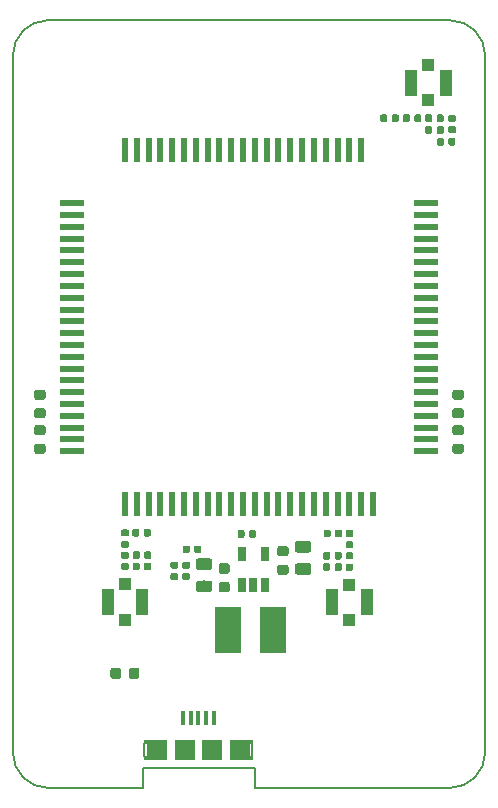
<source format=gtp>
G04 #@! TF.GenerationSoftware,KiCad,Pcbnew,(5.1.0-10-g6006703)*
G04 #@! TF.CreationDate,2019-05-20T20:44:00+08:00*
G04 #@! TF.ProjectId,cicada-4g,63696361-6461-42d3-9467-2e6b69636164,0.1*
G04 #@! TF.SameCoordinates,PX7cee6c0PY3dfd240*
G04 #@! TF.FileFunction,Paste,Top*
G04 #@! TF.FilePolarity,Positive*
%FSLAX46Y46*%
G04 Gerber Fmt 4.6, Leading zero omitted, Abs format (unit mm)*
G04 Created by KiCad (PCBNEW (5.1.0-10-g6006703)) date 2019-05-20 20:44:00*
%MOMM*%
%LPD*%
G04 APERTURE LIST*
%ADD10C,0.150000*%
%ADD11R,1.000000X1.000000*%
%ADD12R,1.050000X2.200000*%
%ADD13R,1.998980X0.599440*%
%ADD14R,0.599440X1.998980*%
%ADD15C,0.590000*%
%ADD16R,0.300000X1.250000*%
%ADD17R,0.150000X1.300000*%
%ADD18R,1.750000X1.800000*%
%ADD19C,0.400000*%
%ADD20R,1.700000X1.800000*%
%ADD21C,0.875000*%
%ADD22R,0.650000X1.220000*%
%ADD23R,2.200000X3.900000*%
%ADD24C,0.975000*%
G04 APERTURE END LIST*
D10*
X500000Y-60000000D02*
X17000000Y-60000000D01*
X500000Y-58300000D02*
X500000Y-60000000D01*
X-9000000Y-58300000D02*
X500000Y-58300000D01*
X-9000000Y-60000000D02*
X-9000000Y-58300000D01*
X-17000000Y-60000000D02*
G75*
G02X-20000000Y-57000000I0J3000000D01*
G01*
X20000000Y-57000000D02*
G75*
G02X17000000Y-60000000I-3000000J0D01*
G01*
X17000000Y5000000D02*
G75*
G02X20000000Y2000000I0J-3000000D01*
G01*
X-20000000Y2000000D02*
G75*
G02X-17000000Y5000000I3000000J0D01*
G01*
X-20000000Y-57000000D02*
X-20000000Y2000000D01*
X-9000000Y-60000000D02*
X-17000000Y-60000000D01*
X20000000Y2000000D02*
X20000000Y-57000000D01*
X-17000000Y5000000D02*
X17000000Y5000000D01*
D11*
X15200000Y-1800000D03*
X15200000Y1200000D03*
D12*
X16675000Y-300000D03*
X13725000Y-300000D03*
D11*
X8500000Y-42800000D03*
X8500000Y-45800000D03*
D12*
X7025000Y-44300000D03*
X9975000Y-44300000D03*
D11*
X-10500000Y-42750000D03*
X-10500000Y-45750000D03*
D12*
X-11975000Y-44250000D03*
X-9025000Y-44250000D03*
D13*
X14996100Y-27499260D03*
X14996100Y-28499260D03*
X14996100Y-29499260D03*
X14996100Y-30499260D03*
D14*
X-9500000Y-36000000D03*
X-8500000Y-36000000D03*
X-10500000Y-36000000D03*
D13*
X-15000000Y-31500000D03*
X14996100Y-10502340D03*
X14996100Y-11500560D03*
X14996100Y-12501320D03*
X14996100Y-13502080D03*
X14996100Y-14500300D03*
X14996100Y-15501060D03*
X14996100Y-16501820D03*
X14996100Y-17500040D03*
X14996100Y-18498260D03*
X14996100Y-19499020D03*
X14996100Y-20499780D03*
X14996100Y-21498000D03*
X14996100Y-22498760D03*
X14996100Y-23499520D03*
X14996100Y-24497740D03*
X14996100Y-25498500D03*
X14996100Y-26499260D03*
X14996100Y-31500000D03*
D14*
X10498540Y-35993500D03*
X9497780Y-35993500D03*
X8499560Y-35993500D03*
X7498800Y-35993500D03*
X6498040Y-35993500D03*
X5499820Y-35993500D03*
X4499060Y-35993500D03*
X3498300Y-35993500D03*
X2500080Y-35993500D03*
X1501860Y-35993500D03*
X501100Y-35993500D03*
X-499660Y-35993500D03*
X-1497880Y-35993500D03*
X-2498640Y-35993500D03*
X-3499400Y-35993500D03*
X-4497620Y-35993500D03*
X-5498380Y-35993500D03*
X-6499140Y-35993500D03*
X-7499900Y-35993500D03*
D13*
X-15000000Y-10500000D03*
X-15000000Y-11500000D03*
X-14998700Y-30498460D03*
X-14998700Y-29497700D03*
X-14998700Y-28499480D03*
X-14998700Y-27498720D03*
X-14998700Y-26497960D03*
X-14998700Y-25499740D03*
X-14998700Y-24498980D03*
X-14998700Y-23498220D03*
X-14998700Y-22500000D03*
X-14998700Y-21501780D03*
X-14998700Y-20501020D03*
X-14998700Y-19500260D03*
X-14998700Y-18502040D03*
X-14998700Y-17501280D03*
X-14998700Y-16500520D03*
X-14998700Y-15502300D03*
X-14998700Y-14501540D03*
X-14998700Y-13500780D03*
X-14998700Y-12500020D03*
D14*
X-10499980Y-6001300D03*
X-9499220Y-6001300D03*
X-8498460Y-6001300D03*
X-7497700Y-6001300D03*
X-6499480Y-6001300D03*
X-5498720Y-6001300D03*
X-4497960Y-6001300D03*
X-3499740Y-6001300D03*
X-2498980Y-6001300D03*
X-1498220Y-6001300D03*
X-500000Y-6001300D03*
X498220Y-6001300D03*
X1498980Y-6001300D03*
X2499740Y-6001300D03*
X3497960Y-6001300D03*
X4498720Y-6001300D03*
X5499480Y-6001300D03*
X6497700Y-6001300D03*
X7498460Y-6001300D03*
X8499220Y-6001300D03*
X9499980Y-6001300D03*
D10*
G36*
X8686958Y-38155710D02*
G01*
X8701276Y-38157834D01*
X8715317Y-38161351D01*
X8728946Y-38166228D01*
X8742031Y-38172417D01*
X8754447Y-38179858D01*
X8766073Y-38188481D01*
X8776798Y-38198202D01*
X8786519Y-38208927D01*
X8795142Y-38220553D01*
X8802583Y-38232969D01*
X8808772Y-38246054D01*
X8813649Y-38259683D01*
X8817166Y-38273724D01*
X8819290Y-38288042D01*
X8820000Y-38302500D01*
X8820000Y-38597500D01*
X8819290Y-38611958D01*
X8817166Y-38626276D01*
X8813649Y-38640317D01*
X8808772Y-38653946D01*
X8802583Y-38667031D01*
X8795142Y-38679447D01*
X8786519Y-38691073D01*
X8776798Y-38701798D01*
X8766073Y-38711519D01*
X8754447Y-38720142D01*
X8742031Y-38727583D01*
X8728946Y-38733772D01*
X8715317Y-38738649D01*
X8701276Y-38742166D01*
X8686958Y-38744290D01*
X8672500Y-38745000D01*
X8327500Y-38745000D01*
X8313042Y-38744290D01*
X8298724Y-38742166D01*
X8284683Y-38738649D01*
X8271054Y-38733772D01*
X8257969Y-38727583D01*
X8245553Y-38720142D01*
X8233927Y-38711519D01*
X8223202Y-38701798D01*
X8213481Y-38691073D01*
X8204858Y-38679447D01*
X8197417Y-38667031D01*
X8191228Y-38653946D01*
X8186351Y-38640317D01*
X8182834Y-38626276D01*
X8180710Y-38611958D01*
X8180000Y-38597500D01*
X8180000Y-38302500D01*
X8180710Y-38288042D01*
X8182834Y-38273724D01*
X8186351Y-38259683D01*
X8191228Y-38246054D01*
X8197417Y-38232969D01*
X8204858Y-38220553D01*
X8213481Y-38208927D01*
X8223202Y-38198202D01*
X8233927Y-38188481D01*
X8245553Y-38179858D01*
X8257969Y-38172417D01*
X8271054Y-38166228D01*
X8284683Y-38161351D01*
X8298724Y-38157834D01*
X8313042Y-38155710D01*
X8327500Y-38155000D01*
X8672500Y-38155000D01*
X8686958Y-38155710D01*
X8686958Y-38155710D01*
G37*
D15*
X8500000Y-38450000D03*
D10*
G36*
X8686958Y-39125710D02*
G01*
X8701276Y-39127834D01*
X8715317Y-39131351D01*
X8728946Y-39136228D01*
X8742031Y-39142417D01*
X8754447Y-39149858D01*
X8766073Y-39158481D01*
X8776798Y-39168202D01*
X8786519Y-39178927D01*
X8795142Y-39190553D01*
X8802583Y-39202969D01*
X8808772Y-39216054D01*
X8813649Y-39229683D01*
X8817166Y-39243724D01*
X8819290Y-39258042D01*
X8820000Y-39272500D01*
X8820000Y-39567500D01*
X8819290Y-39581958D01*
X8817166Y-39596276D01*
X8813649Y-39610317D01*
X8808772Y-39623946D01*
X8802583Y-39637031D01*
X8795142Y-39649447D01*
X8786519Y-39661073D01*
X8776798Y-39671798D01*
X8766073Y-39681519D01*
X8754447Y-39690142D01*
X8742031Y-39697583D01*
X8728946Y-39703772D01*
X8715317Y-39708649D01*
X8701276Y-39712166D01*
X8686958Y-39714290D01*
X8672500Y-39715000D01*
X8327500Y-39715000D01*
X8313042Y-39714290D01*
X8298724Y-39712166D01*
X8284683Y-39708649D01*
X8271054Y-39703772D01*
X8257969Y-39697583D01*
X8245553Y-39690142D01*
X8233927Y-39681519D01*
X8223202Y-39671798D01*
X8213481Y-39661073D01*
X8204858Y-39649447D01*
X8197417Y-39637031D01*
X8191228Y-39623946D01*
X8186351Y-39610317D01*
X8182834Y-39596276D01*
X8180710Y-39581958D01*
X8180000Y-39567500D01*
X8180000Y-39272500D01*
X8180710Y-39258042D01*
X8182834Y-39243724D01*
X8186351Y-39229683D01*
X8191228Y-39216054D01*
X8197417Y-39202969D01*
X8204858Y-39190553D01*
X8213481Y-39178927D01*
X8223202Y-39168202D01*
X8233927Y-39158481D01*
X8245553Y-39149858D01*
X8257969Y-39142417D01*
X8271054Y-39136228D01*
X8284683Y-39131351D01*
X8298724Y-39127834D01*
X8313042Y-39125710D01*
X8327500Y-39125000D01*
X8672500Y-39125000D01*
X8686958Y-39125710D01*
X8686958Y-39125710D01*
G37*
D15*
X8500000Y-39420000D03*
D16*
X-3000000Y-54125000D03*
X-3650000Y-54125000D03*
X-4300000Y-54125000D03*
X-4950000Y-54125000D03*
X-5600000Y-54125000D03*
D17*
X275000Y-56800000D03*
X-8875000Y-56800000D03*
D18*
X-775000Y-56800000D03*
X-7825000Y-56800000D03*
D19*
X150000Y-57500000D03*
X150000Y-56100000D03*
X-8750000Y-57500000D03*
X-8750000Y-56100000D03*
D20*
X-3150000Y-56800000D03*
X-5450000Y-56800000D03*
D10*
G36*
X-17422309Y-26276053D02*
G01*
X-17401074Y-26279203D01*
X-17380250Y-26284419D01*
X-17360038Y-26291651D01*
X-17340632Y-26300830D01*
X-17322219Y-26311866D01*
X-17304976Y-26324654D01*
X-17289070Y-26339070D01*
X-17274654Y-26354976D01*
X-17261866Y-26372219D01*
X-17250830Y-26390632D01*
X-17241651Y-26410038D01*
X-17234419Y-26430250D01*
X-17229203Y-26451074D01*
X-17226053Y-26472309D01*
X-17225000Y-26493750D01*
X-17225000Y-26931250D01*
X-17226053Y-26952691D01*
X-17229203Y-26973926D01*
X-17234419Y-26994750D01*
X-17241651Y-27014962D01*
X-17250830Y-27034368D01*
X-17261866Y-27052781D01*
X-17274654Y-27070024D01*
X-17289070Y-27085930D01*
X-17304976Y-27100346D01*
X-17322219Y-27113134D01*
X-17340632Y-27124170D01*
X-17360038Y-27133349D01*
X-17380250Y-27140581D01*
X-17401074Y-27145797D01*
X-17422309Y-27148947D01*
X-17443750Y-27150000D01*
X-17956250Y-27150000D01*
X-17977691Y-27148947D01*
X-17998926Y-27145797D01*
X-18019750Y-27140581D01*
X-18039962Y-27133349D01*
X-18059368Y-27124170D01*
X-18077781Y-27113134D01*
X-18095024Y-27100346D01*
X-18110930Y-27085930D01*
X-18125346Y-27070024D01*
X-18138134Y-27052781D01*
X-18149170Y-27034368D01*
X-18158349Y-27014962D01*
X-18165581Y-26994750D01*
X-18170797Y-26973926D01*
X-18173947Y-26952691D01*
X-18175000Y-26931250D01*
X-18175000Y-26493750D01*
X-18173947Y-26472309D01*
X-18170797Y-26451074D01*
X-18165581Y-26430250D01*
X-18158349Y-26410038D01*
X-18149170Y-26390632D01*
X-18138134Y-26372219D01*
X-18125346Y-26354976D01*
X-18110930Y-26339070D01*
X-18095024Y-26324654D01*
X-18077781Y-26311866D01*
X-18059368Y-26300830D01*
X-18039962Y-26291651D01*
X-18019750Y-26284419D01*
X-17998926Y-26279203D01*
X-17977691Y-26276053D01*
X-17956250Y-26275000D01*
X-17443750Y-26275000D01*
X-17422309Y-26276053D01*
X-17422309Y-26276053D01*
G37*
D21*
X-17700000Y-26712500D03*
D10*
G36*
X-17422309Y-27851053D02*
G01*
X-17401074Y-27854203D01*
X-17380250Y-27859419D01*
X-17360038Y-27866651D01*
X-17340632Y-27875830D01*
X-17322219Y-27886866D01*
X-17304976Y-27899654D01*
X-17289070Y-27914070D01*
X-17274654Y-27929976D01*
X-17261866Y-27947219D01*
X-17250830Y-27965632D01*
X-17241651Y-27985038D01*
X-17234419Y-28005250D01*
X-17229203Y-28026074D01*
X-17226053Y-28047309D01*
X-17225000Y-28068750D01*
X-17225000Y-28506250D01*
X-17226053Y-28527691D01*
X-17229203Y-28548926D01*
X-17234419Y-28569750D01*
X-17241651Y-28589962D01*
X-17250830Y-28609368D01*
X-17261866Y-28627781D01*
X-17274654Y-28645024D01*
X-17289070Y-28660930D01*
X-17304976Y-28675346D01*
X-17322219Y-28688134D01*
X-17340632Y-28699170D01*
X-17360038Y-28708349D01*
X-17380250Y-28715581D01*
X-17401074Y-28720797D01*
X-17422309Y-28723947D01*
X-17443750Y-28725000D01*
X-17956250Y-28725000D01*
X-17977691Y-28723947D01*
X-17998926Y-28720797D01*
X-18019750Y-28715581D01*
X-18039962Y-28708349D01*
X-18059368Y-28699170D01*
X-18077781Y-28688134D01*
X-18095024Y-28675346D01*
X-18110930Y-28660930D01*
X-18125346Y-28645024D01*
X-18138134Y-28627781D01*
X-18149170Y-28609368D01*
X-18158349Y-28589962D01*
X-18165581Y-28569750D01*
X-18170797Y-28548926D01*
X-18173947Y-28527691D01*
X-18175000Y-28506250D01*
X-18175000Y-28068750D01*
X-18173947Y-28047309D01*
X-18170797Y-28026074D01*
X-18165581Y-28005250D01*
X-18158349Y-27985038D01*
X-18149170Y-27965632D01*
X-18138134Y-27947219D01*
X-18125346Y-27929976D01*
X-18110930Y-27914070D01*
X-18095024Y-27899654D01*
X-18077781Y-27886866D01*
X-18059368Y-27875830D01*
X-18039962Y-27866651D01*
X-18019750Y-27859419D01*
X-17998926Y-27854203D01*
X-17977691Y-27851053D01*
X-17956250Y-27850000D01*
X-17443750Y-27850000D01*
X-17422309Y-27851053D01*
X-17422309Y-27851053D01*
G37*
D21*
X-17700000Y-28287500D03*
D10*
G36*
X17977691Y-26276053D02*
G01*
X17998926Y-26279203D01*
X18019750Y-26284419D01*
X18039962Y-26291651D01*
X18059368Y-26300830D01*
X18077781Y-26311866D01*
X18095024Y-26324654D01*
X18110930Y-26339070D01*
X18125346Y-26354976D01*
X18138134Y-26372219D01*
X18149170Y-26390632D01*
X18158349Y-26410038D01*
X18165581Y-26430250D01*
X18170797Y-26451074D01*
X18173947Y-26472309D01*
X18175000Y-26493750D01*
X18175000Y-26931250D01*
X18173947Y-26952691D01*
X18170797Y-26973926D01*
X18165581Y-26994750D01*
X18158349Y-27014962D01*
X18149170Y-27034368D01*
X18138134Y-27052781D01*
X18125346Y-27070024D01*
X18110930Y-27085930D01*
X18095024Y-27100346D01*
X18077781Y-27113134D01*
X18059368Y-27124170D01*
X18039962Y-27133349D01*
X18019750Y-27140581D01*
X17998926Y-27145797D01*
X17977691Y-27148947D01*
X17956250Y-27150000D01*
X17443750Y-27150000D01*
X17422309Y-27148947D01*
X17401074Y-27145797D01*
X17380250Y-27140581D01*
X17360038Y-27133349D01*
X17340632Y-27124170D01*
X17322219Y-27113134D01*
X17304976Y-27100346D01*
X17289070Y-27085930D01*
X17274654Y-27070024D01*
X17261866Y-27052781D01*
X17250830Y-27034368D01*
X17241651Y-27014962D01*
X17234419Y-26994750D01*
X17229203Y-26973926D01*
X17226053Y-26952691D01*
X17225000Y-26931250D01*
X17225000Y-26493750D01*
X17226053Y-26472309D01*
X17229203Y-26451074D01*
X17234419Y-26430250D01*
X17241651Y-26410038D01*
X17250830Y-26390632D01*
X17261866Y-26372219D01*
X17274654Y-26354976D01*
X17289070Y-26339070D01*
X17304976Y-26324654D01*
X17322219Y-26311866D01*
X17340632Y-26300830D01*
X17360038Y-26291651D01*
X17380250Y-26284419D01*
X17401074Y-26279203D01*
X17422309Y-26276053D01*
X17443750Y-26275000D01*
X17956250Y-26275000D01*
X17977691Y-26276053D01*
X17977691Y-26276053D01*
G37*
D21*
X17700000Y-26712500D03*
D10*
G36*
X17977691Y-27851053D02*
G01*
X17998926Y-27854203D01*
X18019750Y-27859419D01*
X18039962Y-27866651D01*
X18059368Y-27875830D01*
X18077781Y-27886866D01*
X18095024Y-27899654D01*
X18110930Y-27914070D01*
X18125346Y-27929976D01*
X18138134Y-27947219D01*
X18149170Y-27965632D01*
X18158349Y-27985038D01*
X18165581Y-28005250D01*
X18170797Y-28026074D01*
X18173947Y-28047309D01*
X18175000Y-28068750D01*
X18175000Y-28506250D01*
X18173947Y-28527691D01*
X18170797Y-28548926D01*
X18165581Y-28569750D01*
X18158349Y-28589962D01*
X18149170Y-28609368D01*
X18138134Y-28627781D01*
X18125346Y-28645024D01*
X18110930Y-28660930D01*
X18095024Y-28675346D01*
X18077781Y-28688134D01*
X18059368Y-28699170D01*
X18039962Y-28708349D01*
X18019750Y-28715581D01*
X17998926Y-28720797D01*
X17977691Y-28723947D01*
X17956250Y-28725000D01*
X17443750Y-28725000D01*
X17422309Y-28723947D01*
X17401074Y-28720797D01*
X17380250Y-28715581D01*
X17360038Y-28708349D01*
X17340632Y-28699170D01*
X17322219Y-28688134D01*
X17304976Y-28675346D01*
X17289070Y-28660930D01*
X17274654Y-28645024D01*
X17261866Y-28627781D01*
X17250830Y-28609368D01*
X17241651Y-28589962D01*
X17234419Y-28569750D01*
X17229203Y-28548926D01*
X17226053Y-28527691D01*
X17225000Y-28506250D01*
X17225000Y-28068750D01*
X17226053Y-28047309D01*
X17229203Y-28026074D01*
X17234419Y-28005250D01*
X17241651Y-27985038D01*
X17250830Y-27965632D01*
X17261866Y-27947219D01*
X17274654Y-27929976D01*
X17289070Y-27914070D01*
X17304976Y-27899654D01*
X17322219Y-27886866D01*
X17340632Y-27875830D01*
X17360038Y-27866651D01*
X17380250Y-27859419D01*
X17401074Y-27854203D01*
X17422309Y-27851053D01*
X17443750Y-27850000D01*
X17956250Y-27850000D01*
X17977691Y-27851053D01*
X17977691Y-27851053D01*
G37*
D21*
X17700000Y-28287500D03*
D10*
G36*
X-5147306Y-39480710D02*
G01*
X-5132988Y-39482834D01*
X-5118947Y-39486351D01*
X-5105318Y-39491228D01*
X-5092233Y-39497417D01*
X-5079817Y-39504858D01*
X-5068191Y-39513481D01*
X-5057466Y-39523202D01*
X-5047745Y-39533927D01*
X-5039122Y-39545553D01*
X-5031681Y-39557969D01*
X-5025492Y-39571054D01*
X-5020615Y-39584683D01*
X-5017098Y-39598724D01*
X-5014974Y-39613042D01*
X-5014264Y-39627500D01*
X-5014264Y-39972500D01*
X-5014974Y-39986958D01*
X-5017098Y-40001276D01*
X-5020615Y-40015317D01*
X-5025492Y-40028946D01*
X-5031681Y-40042031D01*
X-5039122Y-40054447D01*
X-5047745Y-40066073D01*
X-5057466Y-40076798D01*
X-5068191Y-40086519D01*
X-5079817Y-40095142D01*
X-5092233Y-40102583D01*
X-5105318Y-40108772D01*
X-5118947Y-40113649D01*
X-5132988Y-40117166D01*
X-5147306Y-40119290D01*
X-5161764Y-40120000D01*
X-5456764Y-40120000D01*
X-5471222Y-40119290D01*
X-5485540Y-40117166D01*
X-5499581Y-40113649D01*
X-5513210Y-40108772D01*
X-5526295Y-40102583D01*
X-5538711Y-40095142D01*
X-5550337Y-40086519D01*
X-5561062Y-40076798D01*
X-5570783Y-40066073D01*
X-5579406Y-40054447D01*
X-5586847Y-40042031D01*
X-5593036Y-40028946D01*
X-5597913Y-40015317D01*
X-5601430Y-40001276D01*
X-5603554Y-39986958D01*
X-5604264Y-39972500D01*
X-5604264Y-39627500D01*
X-5603554Y-39613042D01*
X-5601430Y-39598724D01*
X-5597913Y-39584683D01*
X-5593036Y-39571054D01*
X-5586847Y-39557969D01*
X-5579406Y-39545553D01*
X-5570783Y-39533927D01*
X-5561062Y-39523202D01*
X-5550337Y-39513481D01*
X-5538711Y-39504858D01*
X-5526295Y-39497417D01*
X-5513210Y-39491228D01*
X-5499581Y-39486351D01*
X-5485540Y-39482834D01*
X-5471222Y-39480710D01*
X-5456764Y-39480000D01*
X-5161764Y-39480000D01*
X-5147306Y-39480710D01*
X-5147306Y-39480710D01*
G37*
D15*
X-5309264Y-39800000D03*
D10*
G36*
X-4177306Y-39480710D02*
G01*
X-4162988Y-39482834D01*
X-4148947Y-39486351D01*
X-4135318Y-39491228D01*
X-4122233Y-39497417D01*
X-4109817Y-39504858D01*
X-4098191Y-39513481D01*
X-4087466Y-39523202D01*
X-4077745Y-39533927D01*
X-4069122Y-39545553D01*
X-4061681Y-39557969D01*
X-4055492Y-39571054D01*
X-4050615Y-39584683D01*
X-4047098Y-39598724D01*
X-4044974Y-39613042D01*
X-4044264Y-39627500D01*
X-4044264Y-39972500D01*
X-4044974Y-39986958D01*
X-4047098Y-40001276D01*
X-4050615Y-40015317D01*
X-4055492Y-40028946D01*
X-4061681Y-40042031D01*
X-4069122Y-40054447D01*
X-4077745Y-40066073D01*
X-4087466Y-40076798D01*
X-4098191Y-40086519D01*
X-4109817Y-40095142D01*
X-4122233Y-40102583D01*
X-4135318Y-40108772D01*
X-4148947Y-40113649D01*
X-4162988Y-40117166D01*
X-4177306Y-40119290D01*
X-4191764Y-40120000D01*
X-4486764Y-40120000D01*
X-4501222Y-40119290D01*
X-4515540Y-40117166D01*
X-4529581Y-40113649D01*
X-4543210Y-40108772D01*
X-4556295Y-40102583D01*
X-4568711Y-40095142D01*
X-4580337Y-40086519D01*
X-4591062Y-40076798D01*
X-4600783Y-40066073D01*
X-4609406Y-40054447D01*
X-4616847Y-40042031D01*
X-4623036Y-40028946D01*
X-4627913Y-40015317D01*
X-4631430Y-40001276D01*
X-4633554Y-39986958D01*
X-4634264Y-39972500D01*
X-4634264Y-39627500D01*
X-4633554Y-39613042D01*
X-4631430Y-39598724D01*
X-4627913Y-39584683D01*
X-4623036Y-39571054D01*
X-4616847Y-39557969D01*
X-4609406Y-39545553D01*
X-4600783Y-39533927D01*
X-4591062Y-39523202D01*
X-4580337Y-39513481D01*
X-4568711Y-39504858D01*
X-4556295Y-39497417D01*
X-4543210Y-39491228D01*
X-4529581Y-39486351D01*
X-4515540Y-39482834D01*
X-4501222Y-39480710D01*
X-4486764Y-39480000D01*
X-4191764Y-39480000D01*
X-4177306Y-39480710D01*
X-4177306Y-39480710D01*
G37*
D15*
X-4339264Y-39800000D03*
D10*
G36*
X461958Y-38180710D02*
G01*
X476276Y-38182834D01*
X490317Y-38186351D01*
X503946Y-38191228D01*
X517031Y-38197417D01*
X529447Y-38204858D01*
X541073Y-38213481D01*
X551798Y-38223202D01*
X561519Y-38233927D01*
X570142Y-38245553D01*
X577583Y-38257969D01*
X583772Y-38271054D01*
X588649Y-38284683D01*
X592166Y-38298724D01*
X594290Y-38313042D01*
X595000Y-38327500D01*
X595000Y-38672500D01*
X594290Y-38686958D01*
X592166Y-38701276D01*
X588649Y-38715317D01*
X583772Y-38728946D01*
X577583Y-38742031D01*
X570142Y-38754447D01*
X561519Y-38766073D01*
X551798Y-38776798D01*
X541073Y-38786519D01*
X529447Y-38795142D01*
X517031Y-38802583D01*
X503946Y-38808772D01*
X490317Y-38813649D01*
X476276Y-38817166D01*
X461958Y-38819290D01*
X447500Y-38820000D01*
X152500Y-38820000D01*
X138042Y-38819290D01*
X123724Y-38817166D01*
X109683Y-38813649D01*
X96054Y-38808772D01*
X82969Y-38802583D01*
X70553Y-38795142D01*
X58927Y-38786519D01*
X48202Y-38776798D01*
X38481Y-38766073D01*
X29858Y-38754447D01*
X22417Y-38742031D01*
X16228Y-38728946D01*
X11351Y-38715317D01*
X7834Y-38701276D01*
X5710Y-38686958D01*
X5000Y-38672500D01*
X5000Y-38327500D01*
X5710Y-38313042D01*
X7834Y-38298724D01*
X11351Y-38284683D01*
X16228Y-38271054D01*
X22417Y-38257969D01*
X29858Y-38245553D01*
X38481Y-38233927D01*
X48202Y-38223202D01*
X58927Y-38213481D01*
X70553Y-38204858D01*
X82969Y-38197417D01*
X96054Y-38191228D01*
X109683Y-38186351D01*
X123724Y-38182834D01*
X138042Y-38180710D01*
X152500Y-38180000D01*
X447500Y-38180000D01*
X461958Y-38180710D01*
X461958Y-38180710D01*
G37*
D15*
X300000Y-38500000D03*
D10*
G36*
X-508042Y-38180710D02*
G01*
X-493724Y-38182834D01*
X-479683Y-38186351D01*
X-466054Y-38191228D01*
X-452969Y-38197417D01*
X-440553Y-38204858D01*
X-428927Y-38213481D01*
X-418202Y-38223202D01*
X-408481Y-38233927D01*
X-399858Y-38245553D01*
X-392417Y-38257969D01*
X-386228Y-38271054D01*
X-381351Y-38284683D01*
X-377834Y-38298724D01*
X-375710Y-38313042D01*
X-375000Y-38327500D01*
X-375000Y-38672500D01*
X-375710Y-38686958D01*
X-377834Y-38701276D01*
X-381351Y-38715317D01*
X-386228Y-38728946D01*
X-392417Y-38742031D01*
X-399858Y-38754447D01*
X-408481Y-38766073D01*
X-418202Y-38776798D01*
X-428927Y-38786519D01*
X-440553Y-38795142D01*
X-452969Y-38802583D01*
X-466054Y-38808772D01*
X-479683Y-38813649D01*
X-493724Y-38817166D01*
X-508042Y-38819290D01*
X-522500Y-38820000D01*
X-817500Y-38820000D01*
X-831958Y-38819290D01*
X-846276Y-38817166D01*
X-860317Y-38813649D01*
X-873946Y-38808772D01*
X-887031Y-38802583D01*
X-899447Y-38795142D01*
X-911073Y-38786519D01*
X-921798Y-38776798D01*
X-931519Y-38766073D01*
X-940142Y-38754447D01*
X-947583Y-38742031D01*
X-953772Y-38728946D01*
X-958649Y-38715317D01*
X-962166Y-38701276D01*
X-964290Y-38686958D01*
X-965000Y-38672500D01*
X-965000Y-38327500D01*
X-964290Y-38313042D01*
X-962166Y-38298724D01*
X-958649Y-38284683D01*
X-953772Y-38271054D01*
X-947583Y-38257969D01*
X-940142Y-38245553D01*
X-931519Y-38233927D01*
X-921798Y-38223202D01*
X-911073Y-38213481D01*
X-899447Y-38204858D01*
X-887031Y-38197417D01*
X-873946Y-38191228D01*
X-860317Y-38186351D01*
X-846276Y-38182834D01*
X-831958Y-38180710D01*
X-817500Y-38180000D01*
X-522500Y-38180000D01*
X-508042Y-38180710D01*
X-508042Y-38180710D01*
G37*
D15*
X-670000Y-38500000D03*
D10*
G36*
X-5137306Y-41817919D02*
G01*
X-5122988Y-41820043D01*
X-5108947Y-41823560D01*
X-5095318Y-41828437D01*
X-5082233Y-41834626D01*
X-5069817Y-41842067D01*
X-5058191Y-41850690D01*
X-5047466Y-41860411D01*
X-5037745Y-41871136D01*
X-5029122Y-41882762D01*
X-5021681Y-41895178D01*
X-5015492Y-41908263D01*
X-5010615Y-41921892D01*
X-5007098Y-41935933D01*
X-5004974Y-41950251D01*
X-5004264Y-41964709D01*
X-5004264Y-42259709D01*
X-5004974Y-42274167D01*
X-5007098Y-42288485D01*
X-5010615Y-42302526D01*
X-5015492Y-42316155D01*
X-5021681Y-42329240D01*
X-5029122Y-42341656D01*
X-5037745Y-42353282D01*
X-5047466Y-42364007D01*
X-5058191Y-42373728D01*
X-5069817Y-42382351D01*
X-5082233Y-42389792D01*
X-5095318Y-42395981D01*
X-5108947Y-42400858D01*
X-5122988Y-42404375D01*
X-5137306Y-42406499D01*
X-5151764Y-42407209D01*
X-5496764Y-42407209D01*
X-5511222Y-42406499D01*
X-5525540Y-42404375D01*
X-5539581Y-42400858D01*
X-5553210Y-42395981D01*
X-5566295Y-42389792D01*
X-5578711Y-42382351D01*
X-5590337Y-42373728D01*
X-5601062Y-42364007D01*
X-5610783Y-42353282D01*
X-5619406Y-42341656D01*
X-5626847Y-42329240D01*
X-5633036Y-42316155D01*
X-5637913Y-42302526D01*
X-5641430Y-42288485D01*
X-5643554Y-42274167D01*
X-5644264Y-42259709D01*
X-5644264Y-41964709D01*
X-5643554Y-41950251D01*
X-5641430Y-41935933D01*
X-5637913Y-41921892D01*
X-5633036Y-41908263D01*
X-5626847Y-41895178D01*
X-5619406Y-41882762D01*
X-5610783Y-41871136D01*
X-5601062Y-41860411D01*
X-5590337Y-41850690D01*
X-5578711Y-41842067D01*
X-5566295Y-41834626D01*
X-5553210Y-41828437D01*
X-5539581Y-41823560D01*
X-5525540Y-41820043D01*
X-5511222Y-41817919D01*
X-5496764Y-41817209D01*
X-5151764Y-41817209D01*
X-5137306Y-41817919D01*
X-5137306Y-41817919D01*
G37*
D15*
X-5324264Y-42112209D03*
D10*
G36*
X-5137306Y-40847919D02*
G01*
X-5122988Y-40850043D01*
X-5108947Y-40853560D01*
X-5095318Y-40858437D01*
X-5082233Y-40864626D01*
X-5069817Y-40872067D01*
X-5058191Y-40880690D01*
X-5047466Y-40890411D01*
X-5037745Y-40901136D01*
X-5029122Y-40912762D01*
X-5021681Y-40925178D01*
X-5015492Y-40938263D01*
X-5010615Y-40951892D01*
X-5007098Y-40965933D01*
X-5004974Y-40980251D01*
X-5004264Y-40994709D01*
X-5004264Y-41289709D01*
X-5004974Y-41304167D01*
X-5007098Y-41318485D01*
X-5010615Y-41332526D01*
X-5015492Y-41346155D01*
X-5021681Y-41359240D01*
X-5029122Y-41371656D01*
X-5037745Y-41383282D01*
X-5047466Y-41394007D01*
X-5058191Y-41403728D01*
X-5069817Y-41412351D01*
X-5082233Y-41419792D01*
X-5095318Y-41425981D01*
X-5108947Y-41430858D01*
X-5122988Y-41434375D01*
X-5137306Y-41436499D01*
X-5151764Y-41437209D01*
X-5496764Y-41437209D01*
X-5511222Y-41436499D01*
X-5525540Y-41434375D01*
X-5539581Y-41430858D01*
X-5553210Y-41425981D01*
X-5566295Y-41419792D01*
X-5578711Y-41412351D01*
X-5590337Y-41403728D01*
X-5601062Y-41394007D01*
X-5610783Y-41383282D01*
X-5619406Y-41371656D01*
X-5626847Y-41359240D01*
X-5633036Y-41346155D01*
X-5637913Y-41332526D01*
X-5641430Y-41318485D01*
X-5643554Y-41304167D01*
X-5644264Y-41289709D01*
X-5644264Y-40994709D01*
X-5643554Y-40980251D01*
X-5641430Y-40965933D01*
X-5637913Y-40951892D01*
X-5633036Y-40938263D01*
X-5626847Y-40925178D01*
X-5619406Y-40912762D01*
X-5610783Y-40901136D01*
X-5601062Y-40890411D01*
X-5590337Y-40880690D01*
X-5578711Y-40872067D01*
X-5566295Y-40864626D01*
X-5553210Y-40858437D01*
X-5539581Y-40853560D01*
X-5525540Y-40850043D01*
X-5511222Y-40847919D01*
X-5496764Y-40847209D01*
X-5151764Y-40847209D01*
X-5137306Y-40847919D01*
X-5137306Y-40847919D01*
G37*
D15*
X-5324264Y-41142209D03*
D10*
G36*
X11576958Y-2980710D02*
G01*
X11591276Y-2982834D01*
X11605317Y-2986351D01*
X11618946Y-2991228D01*
X11632031Y-2997417D01*
X11644447Y-3004858D01*
X11656073Y-3013481D01*
X11666798Y-3023202D01*
X11676519Y-3033927D01*
X11685142Y-3045553D01*
X11692583Y-3057969D01*
X11698772Y-3071054D01*
X11703649Y-3084683D01*
X11707166Y-3098724D01*
X11709290Y-3113042D01*
X11710000Y-3127500D01*
X11710000Y-3472500D01*
X11709290Y-3486958D01*
X11707166Y-3501276D01*
X11703649Y-3515317D01*
X11698772Y-3528946D01*
X11692583Y-3542031D01*
X11685142Y-3554447D01*
X11676519Y-3566073D01*
X11666798Y-3576798D01*
X11656073Y-3586519D01*
X11644447Y-3595142D01*
X11632031Y-3602583D01*
X11618946Y-3608772D01*
X11605317Y-3613649D01*
X11591276Y-3617166D01*
X11576958Y-3619290D01*
X11562500Y-3620000D01*
X11267500Y-3620000D01*
X11253042Y-3619290D01*
X11238724Y-3617166D01*
X11224683Y-3613649D01*
X11211054Y-3608772D01*
X11197969Y-3602583D01*
X11185553Y-3595142D01*
X11173927Y-3586519D01*
X11163202Y-3576798D01*
X11153481Y-3566073D01*
X11144858Y-3554447D01*
X11137417Y-3542031D01*
X11131228Y-3528946D01*
X11126351Y-3515317D01*
X11122834Y-3501276D01*
X11120710Y-3486958D01*
X11120000Y-3472500D01*
X11120000Y-3127500D01*
X11120710Y-3113042D01*
X11122834Y-3098724D01*
X11126351Y-3084683D01*
X11131228Y-3071054D01*
X11137417Y-3057969D01*
X11144858Y-3045553D01*
X11153481Y-3033927D01*
X11163202Y-3023202D01*
X11173927Y-3013481D01*
X11185553Y-3004858D01*
X11197969Y-2997417D01*
X11211054Y-2991228D01*
X11224683Y-2986351D01*
X11238724Y-2982834D01*
X11253042Y-2980710D01*
X11267500Y-2980000D01*
X11562500Y-2980000D01*
X11576958Y-2980710D01*
X11576958Y-2980710D01*
G37*
D15*
X11415000Y-3300000D03*
D10*
G36*
X12546958Y-2980710D02*
G01*
X12561276Y-2982834D01*
X12575317Y-2986351D01*
X12588946Y-2991228D01*
X12602031Y-2997417D01*
X12614447Y-3004858D01*
X12626073Y-3013481D01*
X12636798Y-3023202D01*
X12646519Y-3033927D01*
X12655142Y-3045553D01*
X12662583Y-3057969D01*
X12668772Y-3071054D01*
X12673649Y-3084683D01*
X12677166Y-3098724D01*
X12679290Y-3113042D01*
X12680000Y-3127500D01*
X12680000Y-3472500D01*
X12679290Y-3486958D01*
X12677166Y-3501276D01*
X12673649Y-3515317D01*
X12668772Y-3528946D01*
X12662583Y-3542031D01*
X12655142Y-3554447D01*
X12646519Y-3566073D01*
X12636798Y-3576798D01*
X12626073Y-3586519D01*
X12614447Y-3595142D01*
X12602031Y-3602583D01*
X12588946Y-3608772D01*
X12575317Y-3613649D01*
X12561276Y-3617166D01*
X12546958Y-3619290D01*
X12532500Y-3620000D01*
X12237500Y-3620000D01*
X12223042Y-3619290D01*
X12208724Y-3617166D01*
X12194683Y-3613649D01*
X12181054Y-3608772D01*
X12167969Y-3602583D01*
X12155553Y-3595142D01*
X12143927Y-3586519D01*
X12133202Y-3576798D01*
X12123481Y-3566073D01*
X12114858Y-3554447D01*
X12107417Y-3542031D01*
X12101228Y-3528946D01*
X12096351Y-3515317D01*
X12092834Y-3501276D01*
X12090710Y-3486958D01*
X12090000Y-3472500D01*
X12090000Y-3127500D01*
X12090710Y-3113042D01*
X12092834Y-3098724D01*
X12096351Y-3084683D01*
X12101228Y-3071054D01*
X12107417Y-3057969D01*
X12114858Y-3045553D01*
X12123481Y-3033927D01*
X12133202Y-3023202D01*
X12143927Y-3013481D01*
X12155553Y-3004858D01*
X12167969Y-2997417D01*
X12181054Y-2991228D01*
X12194683Y-2986351D01*
X12208724Y-2982834D01*
X12223042Y-2980710D01*
X12237500Y-2980000D01*
X12532500Y-2980000D01*
X12546958Y-2980710D01*
X12546958Y-2980710D01*
G37*
D15*
X12385000Y-3300000D03*
D22*
X-574265Y-40217209D03*
X1325735Y-40217209D03*
X1325735Y-42837209D03*
X375735Y-42837209D03*
X-574265Y-42837209D03*
D10*
G36*
X8686958Y-40055710D02*
G01*
X8701276Y-40057834D01*
X8715317Y-40061351D01*
X8728946Y-40066228D01*
X8742031Y-40072417D01*
X8754447Y-40079858D01*
X8766073Y-40088481D01*
X8776798Y-40098202D01*
X8786519Y-40108927D01*
X8795142Y-40120553D01*
X8802583Y-40132969D01*
X8808772Y-40146054D01*
X8813649Y-40159683D01*
X8817166Y-40173724D01*
X8819290Y-40188042D01*
X8820000Y-40202500D01*
X8820000Y-40497500D01*
X8819290Y-40511958D01*
X8817166Y-40526276D01*
X8813649Y-40540317D01*
X8808772Y-40553946D01*
X8802583Y-40567031D01*
X8795142Y-40579447D01*
X8786519Y-40591073D01*
X8776798Y-40601798D01*
X8766073Y-40611519D01*
X8754447Y-40620142D01*
X8742031Y-40627583D01*
X8728946Y-40633772D01*
X8715317Y-40638649D01*
X8701276Y-40642166D01*
X8686958Y-40644290D01*
X8672500Y-40645000D01*
X8327500Y-40645000D01*
X8313042Y-40644290D01*
X8298724Y-40642166D01*
X8284683Y-40638649D01*
X8271054Y-40633772D01*
X8257969Y-40627583D01*
X8245553Y-40620142D01*
X8233927Y-40611519D01*
X8223202Y-40601798D01*
X8213481Y-40591073D01*
X8204858Y-40579447D01*
X8197417Y-40567031D01*
X8191228Y-40553946D01*
X8186351Y-40540317D01*
X8182834Y-40526276D01*
X8180710Y-40511958D01*
X8180000Y-40497500D01*
X8180000Y-40202500D01*
X8180710Y-40188042D01*
X8182834Y-40173724D01*
X8186351Y-40159683D01*
X8191228Y-40146054D01*
X8197417Y-40132969D01*
X8204858Y-40120553D01*
X8213481Y-40108927D01*
X8223202Y-40098202D01*
X8233927Y-40088481D01*
X8245553Y-40079858D01*
X8257969Y-40072417D01*
X8271054Y-40066228D01*
X8284683Y-40061351D01*
X8298724Y-40057834D01*
X8313042Y-40055710D01*
X8327500Y-40055000D01*
X8672500Y-40055000D01*
X8686958Y-40055710D01*
X8686958Y-40055710D01*
G37*
D15*
X8500000Y-40350000D03*
D10*
G36*
X8686958Y-41025710D02*
G01*
X8701276Y-41027834D01*
X8715317Y-41031351D01*
X8728946Y-41036228D01*
X8742031Y-41042417D01*
X8754447Y-41049858D01*
X8766073Y-41058481D01*
X8776798Y-41068202D01*
X8786519Y-41078927D01*
X8795142Y-41090553D01*
X8802583Y-41102969D01*
X8808772Y-41116054D01*
X8813649Y-41129683D01*
X8817166Y-41143724D01*
X8819290Y-41158042D01*
X8820000Y-41172500D01*
X8820000Y-41467500D01*
X8819290Y-41481958D01*
X8817166Y-41496276D01*
X8813649Y-41510317D01*
X8808772Y-41523946D01*
X8802583Y-41537031D01*
X8795142Y-41549447D01*
X8786519Y-41561073D01*
X8776798Y-41571798D01*
X8766073Y-41581519D01*
X8754447Y-41590142D01*
X8742031Y-41597583D01*
X8728946Y-41603772D01*
X8715317Y-41608649D01*
X8701276Y-41612166D01*
X8686958Y-41614290D01*
X8672500Y-41615000D01*
X8327500Y-41615000D01*
X8313042Y-41614290D01*
X8298724Y-41612166D01*
X8284683Y-41608649D01*
X8271054Y-41603772D01*
X8257969Y-41597583D01*
X8245553Y-41590142D01*
X8233927Y-41581519D01*
X8223202Y-41571798D01*
X8213481Y-41561073D01*
X8204858Y-41549447D01*
X8197417Y-41537031D01*
X8191228Y-41523946D01*
X8186351Y-41510317D01*
X8182834Y-41496276D01*
X8180710Y-41481958D01*
X8180000Y-41467500D01*
X8180000Y-41172500D01*
X8180710Y-41158042D01*
X8182834Y-41143724D01*
X8186351Y-41129683D01*
X8191228Y-41116054D01*
X8197417Y-41102969D01*
X8204858Y-41090553D01*
X8213481Y-41078927D01*
X8223202Y-41068202D01*
X8233927Y-41058481D01*
X8245553Y-41049858D01*
X8257969Y-41042417D01*
X8271054Y-41036228D01*
X8284683Y-41031351D01*
X8298724Y-41027834D01*
X8313042Y-41025710D01*
X8327500Y-41025000D01*
X8672500Y-41025000D01*
X8686958Y-41025710D01*
X8686958Y-41025710D01*
G37*
D15*
X8500000Y-41320000D03*
D10*
G36*
X-10313042Y-40005710D02*
G01*
X-10298724Y-40007834D01*
X-10284683Y-40011351D01*
X-10271054Y-40016228D01*
X-10257969Y-40022417D01*
X-10245553Y-40029858D01*
X-10233927Y-40038481D01*
X-10223202Y-40048202D01*
X-10213481Y-40058927D01*
X-10204858Y-40070553D01*
X-10197417Y-40082969D01*
X-10191228Y-40096054D01*
X-10186351Y-40109683D01*
X-10182834Y-40123724D01*
X-10180710Y-40138042D01*
X-10180000Y-40152500D01*
X-10180000Y-40447500D01*
X-10180710Y-40461958D01*
X-10182834Y-40476276D01*
X-10186351Y-40490317D01*
X-10191228Y-40503946D01*
X-10197417Y-40517031D01*
X-10204858Y-40529447D01*
X-10213481Y-40541073D01*
X-10223202Y-40551798D01*
X-10233927Y-40561519D01*
X-10245553Y-40570142D01*
X-10257969Y-40577583D01*
X-10271054Y-40583772D01*
X-10284683Y-40588649D01*
X-10298724Y-40592166D01*
X-10313042Y-40594290D01*
X-10327500Y-40595000D01*
X-10672500Y-40595000D01*
X-10686958Y-40594290D01*
X-10701276Y-40592166D01*
X-10715317Y-40588649D01*
X-10728946Y-40583772D01*
X-10742031Y-40577583D01*
X-10754447Y-40570142D01*
X-10766073Y-40561519D01*
X-10776798Y-40551798D01*
X-10786519Y-40541073D01*
X-10795142Y-40529447D01*
X-10802583Y-40517031D01*
X-10808772Y-40503946D01*
X-10813649Y-40490317D01*
X-10817166Y-40476276D01*
X-10819290Y-40461958D01*
X-10820000Y-40447500D01*
X-10820000Y-40152500D01*
X-10819290Y-40138042D01*
X-10817166Y-40123724D01*
X-10813649Y-40109683D01*
X-10808772Y-40096054D01*
X-10802583Y-40082969D01*
X-10795142Y-40070553D01*
X-10786519Y-40058927D01*
X-10776798Y-40048202D01*
X-10766073Y-40038481D01*
X-10754447Y-40029858D01*
X-10742031Y-40022417D01*
X-10728946Y-40016228D01*
X-10715317Y-40011351D01*
X-10701276Y-40007834D01*
X-10686958Y-40005710D01*
X-10672500Y-40005000D01*
X-10327500Y-40005000D01*
X-10313042Y-40005710D01*
X-10313042Y-40005710D01*
G37*
D15*
X-10500000Y-40300000D03*
D10*
G36*
X-10313042Y-40975710D02*
G01*
X-10298724Y-40977834D01*
X-10284683Y-40981351D01*
X-10271054Y-40986228D01*
X-10257969Y-40992417D01*
X-10245553Y-40999858D01*
X-10233927Y-41008481D01*
X-10223202Y-41018202D01*
X-10213481Y-41028927D01*
X-10204858Y-41040553D01*
X-10197417Y-41052969D01*
X-10191228Y-41066054D01*
X-10186351Y-41079683D01*
X-10182834Y-41093724D01*
X-10180710Y-41108042D01*
X-10180000Y-41122500D01*
X-10180000Y-41417500D01*
X-10180710Y-41431958D01*
X-10182834Y-41446276D01*
X-10186351Y-41460317D01*
X-10191228Y-41473946D01*
X-10197417Y-41487031D01*
X-10204858Y-41499447D01*
X-10213481Y-41511073D01*
X-10223202Y-41521798D01*
X-10233927Y-41531519D01*
X-10245553Y-41540142D01*
X-10257969Y-41547583D01*
X-10271054Y-41553772D01*
X-10284683Y-41558649D01*
X-10298724Y-41562166D01*
X-10313042Y-41564290D01*
X-10327500Y-41565000D01*
X-10672500Y-41565000D01*
X-10686958Y-41564290D01*
X-10701276Y-41562166D01*
X-10715317Y-41558649D01*
X-10728946Y-41553772D01*
X-10742031Y-41547583D01*
X-10754447Y-41540142D01*
X-10766073Y-41531519D01*
X-10776798Y-41521798D01*
X-10786519Y-41511073D01*
X-10795142Y-41499447D01*
X-10802583Y-41487031D01*
X-10808772Y-41473946D01*
X-10813649Y-41460317D01*
X-10817166Y-41446276D01*
X-10819290Y-41431958D01*
X-10820000Y-41417500D01*
X-10820000Y-41122500D01*
X-10819290Y-41108042D01*
X-10817166Y-41093724D01*
X-10813649Y-41079683D01*
X-10808772Y-41066054D01*
X-10802583Y-41052969D01*
X-10795142Y-41040553D01*
X-10786519Y-41028927D01*
X-10776798Y-41018202D01*
X-10766073Y-41008481D01*
X-10754447Y-40999858D01*
X-10742031Y-40992417D01*
X-10728946Y-40986228D01*
X-10715317Y-40981351D01*
X-10701276Y-40977834D01*
X-10686958Y-40975710D01*
X-10672500Y-40975000D01*
X-10327500Y-40975000D01*
X-10313042Y-40975710D01*
X-10313042Y-40975710D01*
G37*
D15*
X-10500000Y-41270000D03*
D10*
G36*
X-10313042Y-38120710D02*
G01*
X-10298724Y-38122834D01*
X-10284683Y-38126351D01*
X-10271054Y-38131228D01*
X-10257969Y-38137417D01*
X-10245553Y-38144858D01*
X-10233927Y-38153481D01*
X-10223202Y-38163202D01*
X-10213481Y-38173927D01*
X-10204858Y-38185553D01*
X-10197417Y-38197969D01*
X-10191228Y-38211054D01*
X-10186351Y-38224683D01*
X-10182834Y-38238724D01*
X-10180710Y-38253042D01*
X-10180000Y-38267500D01*
X-10180000Y-38562500D01*
X-10180710Y-38576958D01*
X-10182834Y-38591276D01*
X-10186351Y-38605317D01*
X-10191228Y-38618946D01*
X-10197417Y-38632031D01*
X-10204858Y-38644447D01*
X-10213481Y-38656073D01*
X-10223202Y-38666798D01*
X-10233927Y-38676519D01*
X-10245553Y-38685142D01*
X-10257969Y-38692583D01*
X-10271054Y-38698772D01*
X-10284683Y-38703649D01*
X-10298724Y-38707166D01*
X-10313042Y-38709290D01*
X-10327500Y-38710000D01*
X-10672500Y-38710000D01*
X-10686958Y-38709290D01*
X-10701276Y-38707166D01*
X-10715317Y-38703649D01*
X-10728946Y-38698772D01*
X-10742031Y-38692583D01*
X-10754447Y-38685142D01*
X-10766073Y-38676519D01*
X-10776798Y-38666798D01*
X-10786519Y-38656073D01*
X-10795142Y-38644447D01*
X-10802583Y-38632031D01*
X-10808772Y-38618946D01*
X-10813649Y-38605317D01*
X-10817166Y-38591276D01*
X-10819290Y-38576958D01*
X-10820000Y-38562500D01*
X-10820000Y-38267500D01*
X-10819290Y-38253042D01*
X-10817166Y-38238724D01*
X-10813649Y-38224683D01*
X-10808772Y-38211054D01*
X-10802583Y-38197969D01*
X-10795142Y-38185553D01*
X-10786519Y-38173927D01*
X-10776798Y-38163202D01*
X-10766073Y-38153481D01*
X-10754447Y-38144858D01*
X-10742031Y-38137417D01*
X-10728946Y-38131228D01*
X-10715317Y-38126351D01*
X-10701276Y-38122834D01*
X-10686958Y-38120710D01*
X-10672500Y-38120000D01*
X-10327500Y-38120000D01*
X-10313042Y-38120710D01*
X-10313042Y-38120710D01*
G37*
D15*
X-10500000Y-38415000D03*
D10*
G36*
X-10313042Y-39090710D02*
G01*
X-10298724Y-39092834D01*
X-10284683Y-39096351D01*
X-10271054Y-39101228D01*
X-10257969Y-39107417D01*
X-10245553Y-39114858D01*
X-10233927Y-39123481D01*
X-10223202Y-39133202D01*
X-10213481Y-39143927D01*
X-10204858Y-39155553D01*
X-10197417Y-39167969D01*
X-10191228Y-39181054D01*
X-10186351Y-39194683D01*
X-10182834Y-39208724D01*
X-10180710Y-39223042D01*
X-10180000Y-39237500D01*
X-10180000Y-39532500D01*
X-10180710Y-39546958D01*
X-10182834Y-39561276D01*
X-10186351Y-39575317D01*
X-10191228Y-39588946D01*
X-10197417Y-39602031D01*
X-10204858Y-39614447D01*
X-10213481Y-39626073D01*
X-10223202Y-39636798D01*
X-10233927Y-39646519D01*
X-10245553Y-39655142D01*
X-10257969Y-39662583D01*
X-10271054Y-39668772D01*
X-10284683Y-39673649D01*
X-10298724Y-39677166D01*
X-10313042Y-39679290D01*
X-10327500Y-39680000D01*
X-10672500Y-39680000D01*
X-10686958Y-39679290D01*
X-10701276Y-39677166D01*
X-10715317Y-39673649D01*
X-10728946Y-39668772D01*
X-10742031Y-39662583D01*
X-10754447Y-39655142D01*
X-10766073Y-39646519D01*
X-10776798Y-39636798D01*
X-10786519Y-39626073D01*
X-10795142Y-39614447D01*
X-10802583Y-39602031D01*
X-10808772Y-39588946D01*
X-10813649Y-39575317D01*
X-10817166Y-39561276D01*
X-10819290Y-39546958D01*
X-10820000Y-39532500D01*
X-10820000Y-39237500D01*
X-10819290Y-39223042D01*
X-10817166Y-39208724D01*
X-10813649Y-39194683D01*
X-10808772Y-39181054D01*
X-10802583Y-39167969D01*
X-10795142Y-39155553D01*
X-10786519Y-39143927D01*
X-10776798Y-39133202D01*
X-10766073Y-39123481D01*
X-10754447Y-39114858D01*
X-10742031Y-39107417D01*
X-10728946Y-39101228D01*
X-10715317Y-39096351D01*
X-10701276Y-39092834D01*
X-10686958Y-39090710D01*
X-10672500Y-39090000D01*
X-10327500Y-39090000D01*
X-10313042Y-39090710D01*
X-10313042Y-39090710D01*
G37*
D15*
X-10500000Y-39385000D03*
D23*
X-1800000Y-46650000D03*
X2000000Y-46650000D03*
D10*
G36*
X15376958Y-3980710D02*
G01*
X15391276Y-3982834D01*
X15405317Y-3986351D01*
X15418946Y-3991228D01*
X15432031Y-3997417D01*
X15444447Y-4004858D01*
X15456073Y-4013481D01*
X15466798Y-4023202D01*
X15476519Y-4033927D01*
X15485142Y-4045553D01*
X15492583Y-4057969D01*
X15498772Y-4071054D01*
X15503649Y-4084683D01*
X15507166Y-4098724D01*
X15509290Y-4113042D01*
X15510000Y-4127500D01*
X15510000Y-4472500D01*
X15509290Y-4486958D01*
X15507166Y-4501276D01*
X15503649Y-4515317D01*
X15498772Y-4528946D01*
X15492583Y-4542031D01*
X15485142Y-4554447D01*
X15476519Y-4566073D01*
X15466798Y-4576798D01*
X15456073Y-4586519D01*
X15444447Y-4595142D01*
X15432031Y-4602583D01*
X15418946Y-4608772D01*
X15405317Y-4613649D01*
X15391276Y-4617166D01*
X15376958Y-4619290D01*
X15362500Y-4620000D01*
X15067500Y-4620000D01*
X15053042Y-4619290D01*
X15038724Y-4617166D01*
X15024683Y-4613649D01*
X15011054Y-4608772D01*
X14997969Y-4602583D01*
X14985553Y-4595142D01*
X14973927Y-4586519D01*
X14963202Y-4576798D01*
X14953481Y-4566073D01*
X14944858Y-4554447D01*
X14937417Y-4542031D01*
X14931228Y-4528946D01*
X14926351Y-4515317D01*
X14922834Y-4501276D01*
X14920710Y-4486958D01*
X14920000Y-4472500D01*
X14920000Y-4127500D01*
X14920710Y-4113042D01*
X14922834Y-4098724D01*
X14926351Y-4084683D01*
X14931228Y-4071054D01*
X14937417Y-4057969D01*
X14944858Y-4045553D01*
X14953481Y-4033927D01*
X14963202Y-4023202D01*
X14973927Y-4013481D01*
X14985553Y-4004858D01*
X14997969Y-3997417D01*
X15011054Y-3991228D01*
X15024683Y-3986351D01*
X15038724Y-3982834D01*
X15053042Y-3980710D01*
X15067500Y-3980000D01*
X15362500Y-3980000D01*
X15376958Y-3980710D01*
X15376958Y-3980710D01*
G37*
D15*
X15215000Y-4300000D03*
D10*
G36*
X16346958Y-3980710D02*
G01*
X16361276Y-3982834D01*
X16375317Y-3986351D01*
X16388946Y-3991228D01*
X16402031Y-3997417D01*
X16414447Y-4004858D01*
X16426073Y-4013481D01*
X16436798Y-4023202D01*
X16446519Y-4033927D01*
X16455142Y-4045553D01*
X16462583Y-4057969D01*
X16468772Y-4071054D01*
X16473649Y-4084683D01*
X16477166Y-4098724D01*
X16479290Y-4113042D01*
X16480000Y-4127500D01*
X16480000Y-4472500D01*
X16479290Y-4486958D01*
X16477166Y-4501276D01*
X16473649Y-4515317D01*
X16468772Y-4528946D01*
X16462583Y-4542031D01*
X16455142Y-4554447D01*
X16446519Y-4566073D01*
X16436798Y-4576798D01*
X16426073Y-4586519D01*
X16414447Y-4595142D01*
X16402031Y-4602583D01*
X16388946Y-4608772D01*
X16375317Y-4613649D01*
X16361276Y-4617166D01*
X16346958Y-4619290D01*
X16332500Y-4620000D01*
X16037500Y-4620000D01*
X16023042Y-4619290D01*
X16008724Y-4617166D01*
X15994683Y-4613649D01*
X15981054Y-4608772D01*
X15967969Y-4602583D01*
X15955553Y-4595142D01*
X15943927Y-4586519D01*
X15933202Y-4576798D01*
X15923481Y-4566073D01*
X15914858Y-4554447D01*
X15907417Y-4542031D01*
X15901228Y-4528946D01*
X15896351Y-4515317D01*
X15892834Y-4501276D01*
X15890710Y-4486958D01*
X15890000Y-4472500D01*
X15890000Y-4127500D01*
X15890710Y-4113042D01*
X15892834Y-4098724D01*
X15896351Y-4084683D01*
X15901228Y-4071054D01*
X15907417Y-4057969D01*
X15914858Y-4045553D01*
X15923481Y-4033927D01*
X15933202Y-4023202D01*
X15943927Y-4013481D01*
X15955553Y-4004858D01*
X15967969Y-3997417D01*
X15981054Y-3991228D01*
X15994683Y-3986351D01*
X16008724Y-3982834D01*
X16023042Y-3980710D01*
X16037500Y-3980000D01*
X16332500Y-3980000D01*
X16346958Y-3980710D01*
X16346958Y-3980710D01*
G37*
D15*
X16185000Y-4300000D03*
D10*
G36*
X16376958Y-4980710D02*
G01*
X16391276Y-4982834D01*
X16405317Y-4986351D01*
X16418946Y-4991228D01*
X16432031Y-4997417D01*
X16444447Y-5004858D01*
X16456073Y-5013481D01*
X16466798Y-5023202D01*
X16476519Y-5033927D01*
X16485142Y-5045553D01*
X16492583Y-5057969D01*
X16498772Y-5071054D01*
X16503649Y-5084683D01*
X16507166Y-5098724D01*
X16509290Y-5113042D01*
X16510000Y-5127500D01*
X16510000Y-5472500D01*
X16509290Y-5486958D01*
X16507166Y-5501276D01*
X16503649Y-5515317D01*
X16498772Y-5528946D01*
X16492583Y-5542031D01*
X16485142Y-5554447D01*
X16476519Y-5566073D01*
X16466798Y-5576798D01*
X16456073Y-5586519D01*
X16444447Y-5595142D01*
X16432031Y-5602583D01*
X16418946Y-5608772D01*
X16405317Y-5613649D01*
X16391276Y-5617166D01*
X16376958Y-5619290D01*
X16362500Y-5620000D01*
X16067500Y-5620000D01*
X16053042Y-5619290D01*
X16038724Y-5617166D01*
X16024683Y-5613649D01*
X16011054Y-5608772D01*
X15997969Y-5602583D01*
X15985553Y-5595142D01*
X15973927Y-5586519D01*
X15963202Y-5576798D01*
X15953481Y-5566073D01*
X15944858Y-5554447D01*
X15937417Y-5542031D01*
X15931228Y-5528946D01*
X15926351Y-5515317D01*
X15922834Y-5501276D01*
X15920710Y-5486958D01*
X15920000Y-5472500D01*
X15920000Y-5127500D01*
X15920710Y-5113042D01*
X15922834Y-5098724D01*
X15926351Y-5084683D01*
X15931228Y-5071054D01*
X15937417Y-5057969D01*
X15944858Y-5045553D01*
X15953481Y-5033927D01*
X15963202Y-5023202D01*
X15973927Y-5013481D01*
X15985553Y-5004858D01*
X15997969Y-4997417D01*
X16011054Y-4991228D01*
X16024683Y-4986351D01*
X16038724Y-4982834D01*
X16053042Y-4980710D01*
X16067500Y-4980000D01*
X16362500Y-4980000D01*
X16376958Y-4980710D01*
X16376958Y-4980710D01*
G37*
D15*
X16215000Y-5300000D03*
D10*
G36*
X17346958Y-4980710D02*
G01*
X17361276Y-4982834D01*
X17375317Y-4986351D01*
X17388946Y-4991228D01*
X17402031Y-4997417D01*
X17414447Y-5004858D01*
X17426073Y-5013481D01*
X17436798Y-5023202D01*
X17446519Y-5033927D01*
X17455142Y-5045553D01*
X17462583Y-5057969D01*
X17468772Y-5071054D01*
X17473649Y-5084683D01*
X17477166Y-5098724D01*
X17479290Y-5113042D01*
X17480000Y-5127500D01*
X17480000Y-5472500D01*
X17479290Y-5486958D01*
X17477166Y-5501276D01*
X17473649Y-5515317D01*
X17468772Y-5528946D01*
X17462583Y-5542031D01*
X17455142Y-5554447D01*
X17446519Y-5566073D01*
X17436798Y-5576798D01*
X17426073Y-5586519D01*
X17414447Y-5595142D01*
X17402031Y-5602583D01*
X17388946Y-5608772D01*
X17375317Y-5613649D01*
X17361276Y-5617166D01*
X17346958Y-5619290D01*
X17332500Y-5620000D01*
X17037500Y-5620000D01*
X17023042Y-5619290D01*
X17008724Y-5617166D01*
X16994683Y-5613649D01*
X16981054Y-5608772D01*
X16967969Y-5602583D01*
X16955553Y-5595142D01*
X16943927Y-5586519D01*
X16933202Y-5576798D01*
X16923481Y-5566073D01*
X16914858Y-5554447D01*
X16907417Y-5542031D01*
X16901228Y-5528946D01*
X16896351Y-5515317D01*
X16892834Y-5501276D01*
X16890710Y-5486958D01*
X16890000Y-5472500D01*
X16890000Y-5127500D01*
X16890710Y-5113042D01*
X16892834Y-5098724D01*
X16896351Y-5084683D01*
X16901228Y-5071054D01*
X16907417Y-5057969D01*
X16914858Y-5045553D01*
X16923481Y-5033927D01*
X16933202Y-5023202D01*
X16943927Y-5013481D01*
X16955553Y-5004858D01*
X16967969Y-4997417D01*
X16981054Y-4991228D01*
X16994683Y-4986351D01*
X17008724Y-4982834D01*
X17023042Y-4980710D01*
X17037500Y-4980000D01*
X17332500Y-4980000D01*
X17346958Y-4980710D01*
X17346958Y-4980710D01*
G37*
D15*
X17185000Y-5300000D03*
D10*
G36*
X14461958Y-2980710D02*
G01*
X14476276Y-2982834D01*
X14490317Y-2986351D01*
X14503946Y-2991228D01*
X14517031Y-2997417D01*
X14529447Y-3004858D01*
X14541073Y-3013481D01*
X14551798Y-3023202D01*
X14561519Y-3033927D01*
X14570142Y-3045553D01*
X14577583Y-3057969D01*
X14583772Y-3071054D01*
X14588649Y-3084683D01*
X14592166Y-3098724D01*
X14594290Y-3113042D01*
X14595000Y-3127500D01*
X14595000Y-3472500D01*
X14594290Y-3486958D01*
X14592166Y-3501276D01*
X14588649Y-3515317D01*
X14583772Y-3528946D01*
X14577583Y-3542031D01*
X14570142Y-3554447D01*
X14561519Y-3566073D01*
X14551798Y-3576798D01*
X14541073Y-3586519D01*
X14529447Y-3595142D01*
X14517031Y-3602583D01*
X14503946Y-3608772D01*
X14490317Y-3613649D01*
X14476276Y-3617166D01*
X14461958Y-3619290D01*
X14447500Y-3620000D01*
X14152500Y-3620000D01*
X14138042Y-3619290D01*
X14123724Y-3617166D01*
X14109683Y-3613649D01*
X14096054Y-3608772D01*
X14082969Y-3602583D01*
X14070553Y-3595142D01*
X14058927Y-3586519D01*
X14048202Y-3576798D01*
X14038481Y-3566073D01*
X14029858Y-3554447D01*
X14022417Y-3542031D01*
X14016228Y-3528946D01*
X14011351Y-3515317D01*
X14007834Y-3501276D01*
X14005710Y-3486958D01*
X14005000Y-3472500D01*
X14005000Y-3127500D01*
X14005710Y-3113042D01*
X14007834Y-3098724D01*
X14011351Y-3084683D01*
X14016228Y-3071054D01*
X14022417Y-3057969D01*
X14029858Y-3045553D01*
X14038481Y-3033927D01*
X14048202Y-3023202D01*
X14058927Y-3013481D01*
X14070553Y-3004858D01*
X14082969Y-2997417D01*
X14096054Y-2991228D01*
X14109683Y-2986351D01*
X14123724Y-2982834D01*
X14138042Y-2980710D01*
X14152500Y-2980000D01*
X14447500Y-2980000D01*
X14461958Y-2980710D01*
X14461958Y-2980710D01*
G37*
D15*
X14300000Y-3300000D03*
D10*
G36*
X13491958Y-2980710D02*
G01*
X13506276Y-2982834D01*
X13520317Y-2986351D01*
X13533946Y-2991228D01*
X13547031Y-2997417D01*
X13559447Y-3004858D01*
X13571073Y-3013481D01*
X13581798Y-3023202D01*
X13591519Y-3033927D01*
X13600142Y-3045553D01*
X13607583Y-3057969D01*
X13613772Y-3071054D01*
X13618649Y-3084683D01*
X13622166Y-3098724D01*
X13624290Y-3113042D01*
X13625000Y-3127500D01*
X13625000Y-3472500D01*
X13624290Y-3486958D01*
X13622166Y-3501276D01*
X13618649Y-3515317D01*
X13613772Y-3528946D01*
X13607583Y-3542031D01*
X13600142Y-3554447D01*
X13591519Y-3566073D01*
X13581798Y-3576798D01*
X13571073Y-3586519D01*
X13559447Y-3595142D01*
X13547031Y-3602583D01*
X13533946Y-3608772D01*
X13520317Y-3613649D01*
X13506276Y-3617166D01*
X13491958Y-3619290D01*
X13477500Y-3620000D01*
X13182500Y-3620000D01*
X13168042Y-3619290D01*
X13153724Y-3617166D01*
X13139683Y-3613649D01*
X13126054Y-3608772D01*
X13112969Y-3602583D01*
X13100553Y-3595142D01*
X13088927Y-3586519D01*
X13078202Y-3576798D01*
X13068481Y-3566073D01*
X13059858Y-3554447D01*
X13052417Y-3542031D01*
X13046228Y-3528946D01*
X13041351Y-3515317D01*
X13037834Y-3501276D01*
X13035710Y-3486958D01*
X13035000Y-3472500D01*
X13035000Y-3127500D01*
X13035710Y-3113042D01*
X13037834Y-3098724D01*
X13041351Y-3084683D01*
X13046228Y-3071054D01*
X13052417Y-3057969D01*
X13059858Y-3045553D01*
X13068481Y-3033927D01*
X13078202Y-3023202D01*
X13088927Y-3013481D01*
X13100553Y-3004858D01*
X13112969Y-2997417D01*
X13126054Y-2991228D01*
X13139683Y-2986351D01*
X13153724Y-2982834D01*
X13168042Y-2980710D01*
X13182500Y-2980000D01*
X13477500Y-2980000D01*
X13491958Y-2980710D01*
X13491958Y-2980710D01*
G37*
D15*
X13330000Y-3300000D03*
D10*
G36*
X6741958Y-40980710D02*
G01*
X6756276Y-40982834D01*
X6770317Y-40986351D01*
X6783946Y-40991228D01*
X6797031Y-40997417D01*
X6809447Y-41004858D01*
X6821073Y-41013481D01*
X6831798Y-41023202D01*
X6841519Y-41033927D01*
X6850142Y-41045553D01*
X6857583Y-41057969D01*
X6863772Y-41071054D01*
X6868649Y-41084683D01*
X6872166Y-41098724D01*
X6874290Y-41113042D01*
X6875000Y-41127500D01*
X6875000Y-41472500D01*
X6874290Y-41486958D01*
X6872166Y-41501276D01*
X6868649Y-41515317D01*
X6863772Y-41528946D01*
X6857583Y-41542031D01*
X6850142Y-41554447D01*
X6841519Y-41566073D01*
X6831798Y-41576798D01*
X6821073Y-41586519D01*
X6809447Y-41595142D01*
X6797031Y-41602583D01*
X6783946Y-41608772D01*
X6770317Y-41613649D01*
X6756276Y-41617166D01*
X6741958Y-41619290D01*
X6727500Y-41620000D01*
X6432500Y-41620000D01*
X6418042Y-41619290D01*
X6403724Y-41617166D01*
X6389683Y-41613649D01*
X6376054Y-41608772D01*
X6362969Y-41602583D01*
X6350553Y-41595142D01*
X6338927Y-41586519D01*
X6328202Y-41576798D01*
X6318481Y-41566073D01*
X6309858Y-41554447D01*
X6302417Y-41542031D01*
X6296228Y-41528946D01*
X6291351Y-41515317D01*
X6287834Y-41501276D01*
X6285710Y-41486958D01*
X6285000Y-41472500D01*
X6285000Y-41127500D01*
X6285710Y-41113042D01*
X6287834Y-41098724D01*
X6291351Y-41084683D01*
X6296228Y-41071054D01*
X6302417Y-41057969D01*
X6309858Y-41045553D01*
X6318481Y-41033927D01*
X6328202Y-41023202D01*
X6338927Y-41013481D01*
X6350553Y-41004858D01*
X6362969Y-40997417D01*
X6376054Y-40991228D01*
X6389683Y-40986351D01*
X6403724Y-40982834D01*
X6418042Y-40980710D01*
X6432500Y-40980000D01*
X6727500Y-40980000D01*
X6741958Y-40980710D01*
X6741958Y-40980710D01*
G37*
D15*
X6580000Y-41300000D03*
D10*
G36*
X7711958Y-40980710D02*
G01*
X7726276Y-40982834D01*
X7740317Y-40986351D01*
X7753946Y-40991228D01*
X7767031Y-40997417D01*
X7779447Y-41004858D01*
X7791073Y-41013481D01*
X7801798Y-41023202D01*
X7811519Y-41033927D01*
X7820142Y-41045553D01*
X7827583Y-41057969D01*
X7833772Y-41071054D01*
X7838649Y-41084683D01*
X7842166Y-41098724D01*
X7844290Y-41113042D01*
X7845000Y-41127500D01*
X7845000Y-41472500D01*
X7844290Y-41486958D01*
X7842166Y-41501276D01*
X7838649Y-41515317D01*
X7833772Y-41528946D01*
X7827583Y-41542031D01*
X7820142Y-41554447D01*
X7811519Y-41566073D01*
X7801798Y-41576798D01*
X7791073Y-41586519D01*
X7779447Y-41595142D01*
X7767031Y-41602583D01*
X7753946Y-41608772D01*
X7740317Y-41613649D01*
X7726276Y-41617166D01*
X7711958Y-41619290D01*
X7697500Y-41620000D01*
X7402500Y-41620000D01*
X7388042Y-41619290D01*
X7373724Y-41617166D01*
X7359683Y-41613649D01*
X7346054Y-41608772D01*
X7332969Y-41602583D01*
X7320553Y-41595142D01*
X7308927Y-41586519D01*
X7298202Y-41576798D01*
X7288481Y-41566073D01*
X7279858Y-41554447D01*
X7272417Y-41542031D01*
X7266228Y-41528946D01*
X7261351Y-41515317D01*
X7257834Y-41501276D01*
X7255710Y-41486958D01*
X7255000Y-41472500D01*
X7255000Y-41127500D01*
X7255710Y-41113042D01*
X7257834Y-41098724D01*
X7261351Y-41084683D01*
X7266228Y-41071054D01*
X7272417Y-41057969D01*
X7279858Y-41045553D01*
X7288481Y-41033927D01*
X7298202Y-41023202D01*
X7308927Y-41013481D01*
X7320553Y-41004858D01*
X7332969Y-40997417D01*
X7346054Y-40991228D01*
X7359683Y-40986351D01*
X7373724Y-40982834D01*
X7388042Y-40980710D01*
X7402500Y-40980000D01*
X7697500Y-40980000D01*
X7711958Y-40980710D01*
X7711958Y-40980710D01*
G37*
D15*
X7550000Y-41300000D03*
D10*
G36*
X-8418042Y-40930710D02*
G01*
X-8403724Y-40932834D01*
X-8389683Y-40936351D01*
X-8376054Y-40941228D01*
X-8362969Y-40947417D01*
X-8350553Y-40954858D01*
X-8338927Y-40963481D01*
X-8328202Y-40973202D01*
X-8318481Y-40983927D01*
X-8309858Y-40995553D01*
X-8302417Y-41007969D01*
X-8296228Y-41021054D01*
X-8291351Y-41034683D01*
X-8287834Y-41048724D01*
X-8285710Y-41063042D01*
X-8285000Y-41077500D01*
X-8285000Y-41422500D01*
X-8285710Y-41436958D01*
X-8287834Y-41451276D01*
X-8291351Y-41465317D01*
X-8296228Y-41478946D01*
X-8302417Y-41492031D01*
X-8309858Y-41504447D01*
X-8318481Y-41516073D01*
X-8328202Y-41526798D01*
X-8338927Y-41536519D01*
X-8350553Y-41545142D01*
X-8362969Y-41552583D01*
X-8376054Y-41558772D01*
X-8389683Y-41563649D01*
X-8403724Y-41567166D01*
X-8418042Y-41569290D01*
X-8432500Y-41570000D01*
X-8727500Y-41570000D01*
X-8741958Y-41569290D01*
X-8756276Y-41567166D01*
X-8770317Y-41563649D01*
X-8783946Y-41558772D01*
X-8797031Y-41552583D01*
X-8809447Y-41545142D01*
X-8821073Y-41536519D01*
X-8831798Y-41526798D01*
X-8841519Y-41516073D01*
X-8850142Y-41504447D01*
X-8857583Y-41492031D01*
X-8863772Y-41478946D01*
X-8868649Y-41465317D01*
X-8872166Y-41451276D01*
X-8874290Y-41436958D01*
X-8875000Y-41422500D01*
X-8875000Y-41077500D01*
X-8874290Y-41063042D01*
X-8872166Y-41048724D01*
X-8868649Y-41034683D01*
X-8863772Y-41021054D01*
X-8857583Y-41007969D01*
X-8850142Y-40995553D01*
X-8841519Y-40983927D01*
X-8831798Y-40973202D01*
X-8821073Y-40963481D01*
X-8809447Y-40954858D01*
X-8797031Y-40947417D01*
X-8783946Y-40941228D01*
X-8770317Y-40936351D01*
X-8756276Y-40932834D01*
X-8741958Y-40930710D01*
X-8727500Y-40930000D01*
X-8432500Y-40930000D01*
X-8418042Y-40930710D01*
X-8418042Y-40930710D01*
G37*
D15*
X-8580000Y-41250000D03*
D10*
G36*
X-9388042Y-40930710D02*
G01*
X-9373724Y-40932834D01*
X-9359683Y-40936351D01*
X-9346054Y-40941228D01*
X-9332969Y-40947417D01*
X-9320553Y-40954858D01*
X-9308927Y-40963481D01*
X-9298202Y-40973202D01*
X-9288481Y-40983927D01*
X-9279858Y-40995553D01*
X-9272417Y-41007969D01*
X-9266228Y-41021054D01*
X-9261351Y-41034683D01*
X-9257834Y-41048724D01*
X-9255710Y-41063042D01*
X-9255000Y-41077500D01*
X-9255000Y-41422500D01*
X-9255710Y-41436958D01*
X-9257834Y-41451276D01*
X-9261351Y-41465317D01*
X-9266228Y-41478946D01*
X-9272417Y-41492031D01*
X-9279858Y-41504447D01*
X-9288481Y-41516073D01*
X-9298202Y-41526798D01*
X-9308927Y-41536519D01*
X-9320553Y-41545142D01*
X-9332969Y-41552583D01*
X-9346054Y-41558772D01*
X-9359683Y-41563649D01*
X-9373724Y-41567166D01*
X-9388042Y-41569290D01*
X-9402500Y-41570000D01*
X-9697500Y-41570000D01*
X-9711958Y-41569290D01*
X-9726276Y-41567166D01*
X-9740317Y-41563649D01*
X-9753946Y-41558772D01*
X-9767031Y-41552583D01*
X-9779447Y-41545142D01*
X-9791073Y-41536519D01*
X-9801798Y-41526798D01*
X-9811519Y-41516073D01*
X-9820142Y-41504447D01*
X-9827583Y-41492031D01*
X-9833772Y-41478946D01*
X-9838649Y-41465317D01*
X-9842166Y-41451276D01*
X-9844290Y-41436958D01*
X-9845000Y-41422500D01*
X-9845000Y-41077500D01*
X-9844290Y-41063042D01*
X-9842166Y-41048724D01*
X-9838649Y-41034683D01*
X-9833772Y-41021054D01*
X-9827583Y-41007969D01*
X-9820142Y-40995553D01*
X-9811519Y-40983927D01*
X-9801798Y-40973202D01*
X-9791073Y-40963481D01*
X-9779447Y-40954858D01*
X-9767031Y-40947417D01*
X-9753946Y-40941228D01*
X-9740317Y-40936351D01*
X-9726276Y-40932834D01*
X-9711958Y-40930710D01*
X-9697500Y-40930000D01*
X-9402500Y-40930000D01*
X-9388042Y-40930710D01*
X-9388042Y-40930710D01*
G37*
D15*
X-9550000Y-41250000D03*
D10*
G36*
X-9472309Y-49826053D02*
G01*
X-9451074Y-49829203D01*
X-9430250Y-49834419D01*
X-9410038Y-49841651D01*
X-9390632Y-49850830D01*
X-9372219Y-49861866D01*
X-9354976Y-49874654D01*
X-9339070Y-49889070D01*
X-9324654Y-49904976D01*
X-9311866Y-49922219D01*
X-9300830Y-49940632D01*
X-9291651Y-49960038D01*
X-9284419Y-49980250D01*
X-9279203Y-50001074D01*
X-9276053Y-50022309D01*
X-9275000Y-50043750D01*
X-9275000Y-50556250D01*
X-9276053Y-50577691D01*
X-9279203Y-50598926D01*
X-9284419Y-50619750D01*
X-9291651Y-50639962D01*
X-9300830Y-50659368D01*
X-9311866Y-50677781D01*
X-9324654Y-50695024D01*
X-9339070Y-50710930D01*
X-9354976Y-50725346D01*
X-9372219Y-50738134D01*
X-9390632Y-50749170D01*
X-9410038Y-50758349D01*
X-9430250Y-50765581D01*
X-9451074Y-50770797D01*
X-9472309Y-50773947D01*
X-9493750Y-50775000D01*
X-9931250Y-50775000D01*
X-9952691Y-50773947D01*
X-9973926Y-50770797D01*
X-9994750Y-50765581D01*
X-10014962Y-50758349D01*
X-10034368Y-50749170D01*
X-10052781Y-50738134D01*
X-10070024Y-50725346D01*
X-10085930Y-50710930D01*
X-10100346Y-50695024D01*
X-10113134Y-50677781D01*
X-10124170Y-50659368D01*
X-10133349Y-50639962D01*
X-10140581Y-50619750D01*
X-10145797Y-50598926D01*
X-10148947Y-50577691D01*
X-10150000Y-50556250D01*
X-10150000Y-50043750D01*
X-10148947Y-50022309D01*
X-10145797Y-50001074D01*
X-10140581Y-49980250D01*
X-10133349Y-49960038D01*
X-10124170Y-49940632D01*
X-10113134Y-49922219D01*
X-10100346Y-49904976D01*
X-10085930Y-49889070D01*
X-10070024Y-49874654D01*
X-10052781Y-49861866D01*
X-10034368Y-49850830D01*
X-10014962Y-49841651D01*
X-9994750Y-49834419D01*
X-9973926Y-49829203D01*
X-9952691Y-49826053D01*
X-9931250Y-49825000D01*
X-9493750Y-49825000D01*
X-9472309Y-49826053D01*
X-9472309Y-49826053D01*
G37*
D21*
X-9712500Y-50300000D03*
D10*
G36*
X-11047309Y-49826053D02*
G01*
X-11026074Y-49829203D01*
X-11005250Y-49834419D01*
X-10985038Y-49841651D01*
X-10965632Y-49850830D01*
X-10947219Y-49861866D01*
X-10929976Y-49874654D01*
X-10914070Y-49889070D01*
X-10899654Y-49904976D01*
X-10886866Y-49922219D01*
X-10875830Y-49940632D01*
X-10866651Y-49960038D01*
X-10859419Y-49980250D01*
X-10854203Y-50001074D01*
X-10851053Y-50022309D01*
X-10850000Y-50043750D01*
X-10850000Y-50556250D01*
X-10851053Y-50577691D01*
X-10854203Y-50598926D01*
X-10859419Y-50619750D01*
X-10866651Y-50639962D01*
X-10875830Y-50659368D01*
X-10886866Y-50677781D01*
X-10899654Y-50695024D01*
X-10914070Y-50710930D01*
X-10929976Y-50725346D01*
X-10947219Y-50738134D01*
X-10965632Y-50749170D01*
X-10985038Y-50758349D01*
X-11005250Y-50765581D01*
X-11026074Y-50770797D01*
X-11047309Y-50773947D01*
X-11068750Y-50775000D01*
X-11506250Y-50775000D01*
X-11527691Y-50773947D01*
X-11548926Y-50770797D01*
X-11569750Y-50765581D01*
X-11589962Y-50758349D01*
X-11609368Y-50749170D01*
X-11627781Y-50738134D01*
X-11645024Y-50725346D01*
X-11660930Y-50710930D01*
X-11675346Y-50695024D01*
X-11688134Y-50677781D01*
X-11699170Y-50659368D01*
X-11708349Y-50639962D01*
X-11715581Y-50619750D01*
X-11720797Y-50598926D01*
X-11723947Y-50577691D01*
X-11725000Y-50556250D01*
X-11725000Y-50043750D01*
X-11723947Y-50022309D01*
X-11720797Y-50001074D01*
X-11715581Y-49980250D01*
X-11708349Y-49960038D01*
X-11699170Y-49940632D01*
X-11688134Y-49922219D01*
X-11675346Y-49904976D01*
X-11660930Y-49889070D01*
X-11645024Y-49874654D01*
X-11627781Y-49861866D01*
X-11609368Y-49850830D01*
X-11589962Y-49841651D01*
X-11569750Y-49834419D01*
X-11548926Y-49829203D01*
X-11527691Y-49826053D01*
X-11506250Y-49825000D01*
X-11068750Y-49825000D01*
X-11047309Y-49826053D01*
X-11047309Y-49826053D01*
G37*
D21*
X-11287500Y-50300000D03*
D10*
G36*
X-3319858Y-42451174D02*
G01*
X-3296197Y-42454684D01*
X-3272993Y-42460496D01*
X-3250471Y-42468554D01*
X-3228847Y-42478782D01*
X-3208330Y-42491079D01*
X-3189117Y-42505329D01*
X-3171393Y-42521393D01*
X-3155329Y-42539117D01*
X-3141079Y-42558330D01*
X-3128782Y-42578847D01*
X-3118554Y-42600471D01*
X-3110496Y-42622993D01*
X-3104684Y-42646197D01*
X-3101174Y-42669858D01*
X-3100000Y-42693750D01*
X-3100000Y-43181250D01*
X-3101174Y-43205142D01*
X-3104684Y-43228803D01*
X-3110496Y-43252007D01*
X-3118554Y-43274529D01*
X-3128782Y-43296153D01*
X-3141079Y-43316670D01*
X-3155329Y-43335883D01*
X-3171393Y-43353607D01*
X-3189117Y-43369671D01*
X-3208330Y-43383921D01*
X-3228847Y-43396218D01*
X-3250471Y-43406446D01*
X-3272993Y-43414504D01*
X-3296197Y-43420316D01*
X-3319858Y-43423826D01*
X-3343750Y-43425000D01*
X-4256250Y-43425000D01*
X-4280142Y-43423826D01*
X-4303803Y-43420316D01*
X-4327007Y-43414504D01*
X-4349529Y-43406446D01*
X-4371153Y-43396218D01*
X-4391670Y-43383921D01*
X-4410883Y-43369671D01*
X-4428607Y-43353607D01*
X-4444671Y-43335883D01*
X-4458921Y-43316670D01*
X-4471218Y-43296153D01*
X-4481446Y-43274529D01*
X-4489504Y-43252007D01*
X-4495316Y-43228803D01*
X-4498826Y-43205142D01*
X-4500000Y-43181250D01*
X-4500000Y-42693750D01*
X-4498826Y-42669858D01*
X-4495316Y-42646197D01*
X-4489504Y-42622993D01*
X-4481446Y-42600471D01*
X-4471218Y-42578847D01*
X-4458921Y-42558330D01*
X-4444671Y-42539117D01*
X-4428607Y-42521393D01*
X-4410883Y-42505329D01*
X-4391670Y-42491079D01*
X-4371153Y-42478782D01*
X-4349529Y-42468554D01*
X-4327007Y-42460496D01*
X-4303803Y-42454684D01*
X-4280142Y-42451174D01*
X-4256250Y-42450000D01*
X-3343750Y-42450000D01*
X-3319858Y-42451174D01*
X-3319858Y-42451174D01*
G37*
D24*
X-3800000Y-42937500D03*
D10*
G36*
X-3319858Y-40576174D02*
G01*
X-3296197Y-40579684D01*
X-3272993Y-40585496D01*
X-3250471Y-40593554D01*
X-3228847Y-40603782D01*
X-3208330Y-40616079D01*
X-3189117Y-40630329D01*
X-3171393Y-40646393D01*
X-3155329Y-40664117D01*
X-3141079Y-40683330D01*
X-3128782Y-40703847D01*
X-3118554Y-40725471D01*
X-3110496Y-40747993D01*
X-3104684Y-40771197D01*
X-3101174Y-40794858D01*
X-3100000Y-40818750D01*
X-3100000Y-41306250D01*
X-3101174Y-41330142D01*
X-3104684Y-41353803D01*
X-3110496Y-41377007D01*
X-3118554Y-41399529D01*
X-3128782Y-41421153D01*
X-3141079Y-41441670D01*
X-3155329Y-41460883D01*
X-3171393Y-41478607D01*
X-3189117Y-41494671D01*
X-3208330Y-41508921D01*
X-3228847Y-41521218D01*
X-3250471Y-41531446D01*
X-3272993Y-41539504D01*
X-3296197Y-41545316D01*
X-3319858Y-41548826D01*
X-3343750Y-41550000D01*
X-4256250Y-41550000D01*
X-4280142Y-41548826D01*
X-4303803Y-41545316D01*
X-4327007Y-41539504D01*
X-4349529Y-41531446D01*
X-4371153Y-41521218D01*
X-4391670Y-41508921D01*
X-4410883Y-41494671D01*
X-4428607Y-41478607D01*
X-4444671Y-41460883D01*
X-4458921Y-41441670D01*
X-4471218Y-41421153D01*
X-4481446Y-41399529D01*
X-4489504Y-41377007D01*
X-4495316Y-41353803D01*
X-4498826Y-41330142D01*
X-4500000Y-41306250D01*
X-4500000Y-40818750D01*
X-4498826Y-40794858D01*
X-4495316Y-40771197D01*
X-4489504Y-40747993D01*
X-4481446Y-40725471D01*
X-4471218Y-40703847D01*
X-4458921Y-40683330D01*
X-4444671Y-40664117D01*
X-4428607Y-40646393D01*
X-4410883Y-40630329D01*
X-4391670Y-40616079D01*
X-4371153Y-40603782D01*
X-4349529Y-40593554D01*
X-4327007Y-40585496D01*
X-4303803Y-40579684D01*
X-4280142Y-40576174D01*
X-4256250Y-40575000D01*
X-3343750Y-40575000D01*
X-3319858Y-40576174D01*
X-3319858Y-40576174D01*
G37*
D24*
X-3800000Y-41062500D03*
D10*
G36*
X-1822309Y-40988553D02*
G01*
X-1801074Y-40991703D01*
X-1780250Y-40996919D01*
X-1760038Y-41004151D01*
X-1740632Y-41013330D01*
X-1722219Y-41024366D01*
X-1704976Y-41037154D01*
X-1689070Y-41051570D01*
X-1674654Y-41067476D01*
X-1661866Y-41084719D01*
X-1650830Y-41103132D01*
X-1641651Y-41122538D01*
X-1634419Y-41142750D01*
X-1629203Y-41163574D01*
X-1626053Y-41184809D01*
X-1625000Y-41206250D01*
X-1625000Y-41643750D01*
X-1626053Y-41665191D01*
X-1629203Y-41686426D01*
X-1634419Y-41707250D01*
X-1641651Y-41727462D01*
X-1650830Y-41746868D01*
X-1661866Y-41765281D01*
X-1674654Y-41782524D01*
X-1689070Y-41798430D01*
X-1704976Y-41812846D01*
X-1722219Y-41825634D01*
X-1740632Y-41836670D01*
X-1760038Y-41845849D01*
X-1780250Y-41853081D01*
X-1801074Y-41858297D01*
X-1822309Y-41861447D01*
X-1843750Y-41862500D01*
X-2356250Y-41862500D01*
X-2377691Y-41861447D01*
X-2398926Y-41858297D01*
X-2419750Y-41853081D01*
X-2439962Y-41845849D01*
X-2459368Y-41836670D01*
X-2477781Y-41825634D01*
X-2495024Y-41812846D01*
X-2510930Y-41798430D01*
X-2525346Y-41782524D01*
X-2538134Y-41765281D01*
X-2549170Y-41746868D01*
X-2558349Y-41727462D01*
X-2565581Y-41707250D01*
X-2570797Y-41686426D01*
X-2573947Y-41665191D01*
X-2575000Y-41643750D01*
X-2575000Y-41206250D01*
X-2573947Y-41184809D01*
X-2570797Y-41163574D01*
X-2565581Y-41142750D01*
X-2558349Y-41122538D01*
X-2549170Y-41103132D01*
X-2538134Y-41084719D01*
X-2525346Y-41067476D01*
X-2510930Y-41051570D01*
X-2495024Y-41037154D01*
X-2477781Y-41024366D01*
X-2459368Y-41013330D01*
X-2439962Y-41004151D01*
X-2419750Y-40996919D01*
X-2398926Y-40991703D01*
X-2377691Y-40988553D01*
X-2356250Y-40987500D01*
X-1843750Y-40987500D01*
X-1822309Y-40988553D01*
X-1822309Y-40988553D01*
G37*
D21*
X-2100000Y-41425000D03*
D10*
G36*
X-1822309Y-42563553D02*
G01*
X-1801074Y-42566703D01*
X-1780250Y-42571919D01*
X-1760038Y-42579151D01*
X-1740632Y-42588330D01*
X-1722219Y-42599366D01*
X-1704976Y-42612154D01*
X-1689070Y-42626570D01*
X-1674654Y-42642476D01*
X-1661866Y-42659719D01*
X-1650830Y-42678132D01*
X-1641651Y-42697538D01*
X-1634419Y-42717750D01*
X-1629203Y-42738574D01*
X-1626053Y-42759809D01*
X-1625000Y-42781250D01*
X-1625000Y-43218750D01*
X-1626053Y-43240191D01*
X-1629203Y-43261426D01*
X-1634419Y-43282250D01*
X-1641651Y-43302462D01*
X-1650830Y-43321868D01*
X-1661866Y-43340281D01*
X-1674654Y-43357524D01*
X-1689070Y-43373430D01*
X-1704976Y-43387846D01*
X-1722219Y-43400634D01*
X-1740632Y-43411670D01*
X-1760038Y-43420849D01*
X-1780250Y-43428081D01*
X-1801074Y-43433297D01*
X-1822309Y-43436447D01*
X-1843750Y-43437500D01*
X-2356250Y-43437500D01*
X-2377691Y-43436447D01*
X-2398926Y-43433297D01*
X-2419750Y-43428081D01*
X-2439962Y-43420849D01*
X-2459368Y-43411670D01*
X-2477781Y-43400634D01*
X-2495024Y-43387846D01*
X-2510930Y-43373430D01*
X-2525346Y-43357524D01*
X-2538134Y-43340281D01*
X-2549170Y-43321868D01*
X-2558349Y-43302462D01*
X-2565581Y-43282250D01*
X-2570797Y-43261426D01*
X-2573947Y-43240191D01*
X-2575000Y-43218750D01*
X-2575000Y-42781250D01*
X-2573947Y-42759809D01*
X-2570797Y-42738574D01*
X-2565581Y-42717750D01*
X-2558349Y-42697538D01*
X-2549170Y-42678132D01*
X-2538134Y-42659719D01*
X-2525346Y-42642476D01*
X-2510930Y-42626570D01*
X-2495024Y-42612154D01*
X-2477781Y-42599366D01*
X-2459368Y-42588330D01*
X-2439962Y-42579151D01*
X-2419750Y-42571919D01*
X-2398926Y-42566703D01*
X-2377691Y-42563553D01*
X-2356250Y-42562500D01*
X-1843750Y-42562500D01*
X-1822309Y-42563553D01*
X-1822309Y-42563553D01*
G37*
D21*
X-2100000Y-43000000D03*
D10*
G36*
X-6137305Y-40847919D02*
G01*
X-6122987Y-40850043D01*
X-6108946Y-40853560D01*
X-6095317Y-40858437D01*
X-6082232Y-40864626D01*
X-6069816Y-40872067D01*
X-6058190Y-40880690D01*
X-6047465Y-40890411D01*
X-6037744Y-40901136D01*
X-6029121Y-40912762D01*
X-6021680Y-40925178D01*
X-6015491Y-40938263D01*
X-6010614Y-40951892D01*
X-6007097Y-40965933D01*
X-6004973Y-40980251D01*
X-6004263Y-40994709D01*
X-6004263Y-41289709D01*
X-6004973Y-41304167D01*
X-6007097Y-41318485D01*
X-6010614Y-41332526D01*
X-6015491Y-41346155D01*
X-6021680Y-41359240D01*
X-6029121Y-41371656D01*
X-6037744Y-41383282D01*
X-6047465Y-41394007D01*
X-6058190Y-41403728D01*
X-6069816Y-41412351D01*
X-6082232Y-41419792D01*
X-6095317Y-41425981D01*
X-6108946Y-41430858D01*
X-6122987Y-41434375D01*
X-6137305Y-41436499D01*
X-6151763Y-41437209D01*
X-6496763Y-41437209D01*
X-6511221Y-41436499D01*
X-6525539Y-41434375D01*
X-6539580Y-41430858D01*
X-6553209Y-41425981D01*
X-6566294Y-41419792D01*
X-6578710Y-41412351D01*
X-6590336Y-41403728D01*
X-6601061Y-41394007D01*
X-6610782Y-41383282D01*
X-6619405Y-41371656D01*
X-6626846Y-41359240D01*
X-6633035Y-41346155D01*
X-6637912Y-41332526D01*
X-6641429Y-41318485D01*
X-6643553Y-41304167D01*
X-6644263Y-41289709D01*
X-6644263Y-40994709D01*
X-6643553Y-40980251D01*
X-6641429Y-40965933D01*
X-6637912Y-40951892D01*
X-6633035Y-40938263D01*
X-6626846Y-40925178D01*
X-6619405Y-40912762D01*
X-6610782Y-40901136D01*
X-6601061Y-40890411D01*
X-6590336Y-40880690D01*
X-6578710Y-40872067D01*
X-6566294Y-40864626D01*
X-6553209Y-40858437D01*
X-6539580Y-40853560D01*
X-6525539Y-40850043D01*
X-6511221Y-40847919D01*
X-6496763Y-40847209D01*
X-6151763Y-40847209D01*
X-6137305Y-40847919D01*
X-6137305Y-40847919D01*
G37*
D15*
X-6324263Y-41142209D03*
D10*
G36*
X-6137305Y-41817919D02*
G01*
X-6122987Y-41820043D01*
X-6108946Y-41823560D01*
X-6095317Y-41828437D01*
X-6082232Y-41834626D01*
X-6069816Y-41842067D01*
X-6058190Y-41850690D01*
X-6047465Y-41860411D01*
X-6037744Y-41871136D01*
X-6029121Y-41882762D01*
X-6021680Y-41895178D01*
X-6015491Y-41908263D01*
X-6010614Y-41921892D01*
X-6007097Y-41935933D01*
X-6004973Y-41950251D01*
X-6004263Y-41964709D01*
X-6004263Y-42259709D01*
X-6004973Y-42274167D01*
X-6007097Y-42288485D01*
X-6010614Y-42302526D01*
X-6015491Y-42316155D01*
X-6021680Y-42329240D01*
X-6029121Y-42341656D01*
X-6037744Y-42353282D01*
X-6047465Y-42364007D01*
X-6058190Y-42373728D01*
X-6069816Y-42382351D01*
X-6082232Y-42389792D01*
X-6095317Y-42395981D01*
X-6108946Y-42400858D01*
X-6122987Y-42404375D01*
X-6137305Y-42406499D01*
X-6151763Y-42407209D01*
X-6496763Y-42407209D01*
X-6511221Y-42406499D01*
X-6525539Y-42404375D01*
X-6539580Y-42400858D01*
X-6553209Y-42395981D01*
X-6566294Y-42389792D01*
X-6578710Y-42382351D01*
X-6590336Y-42373728D01*
X-6601061Y-42364007D01*
X-6610782Y-42353282D01*
X-6619405Y-42341656D01*
X-6626846Y-42329240D01*
X-6633035Y-42316155D01*
X-6637912Y-42302526D01*
X-6641429Y-42288485D01*
X-6643553Y-42274167D01*
X-6644263Y-42259709D01*
X-6644263Y-41964709D01*
X-6643553Y-41950251D01*
X-6641429Y-41935933D01*
X-6637912Y-41921892D01*
X-6633035Y-41908263D01*
X-6626846Y-41895178D01*
X-6619405Y-41882762D01*
X-6610782Y-41871136D01*
X-6601061Y-41860411D01*
X-6590336Y-41850690D01*
X-6578710Y-41842067D01*
X-6566294Y-41834626D01*
X-6553209Y-41828437D01*
X-6539580Y-41823560D01*
X-6525539Y-41820043D01*
X-6511221Y-41817919D01*
X-6496763Y-41817209D01*
X-6151763Y-41817209D01*
X-6137305Y-41817919D01*
X-6137305Y-41817919D01*
G37*
D15*
X-6324263Y-42112209D03*
D10*
G36*
X5055877Y-39103382D02*
G01*
X5079538Y-39106892D01*
X5102742Y-39112704D01*
X5125264Y-39120762D01*
X5146888Y-39130990D01*
X5167405Y-39143287D01*
X5186618Y-39157537D01*
X5204342Y-39173601D01*
X5220406Y-39191325D01*
X5234656Y-39210538D01*
X5246953Y-39231055D01*
X5257181Y-39252679D01*
X5265239Y-39275201D01*
X5271051Y-39298405D01*
X5274561Y-39322066D01*
X5275735Y-39345958D01*
X5275735Y-39833458D01*
X5274561Y-39857350D01*
X5271051Y-39881011D01*
X5265239Y-39904215D01*
X5257181Y-39926737D01*
X5246953Y-39948361D01*
X5234656Y-39968878D01*
X5220406Y-39988091D01*
X5204342Y-40005815D01*
X5186618Y-40021879D01*
X5167405Y-40036129D01*
X5146888Y-40048426D01*
X5125264Y-40058654D01*
X5102742Y-40066712D01*
X5079538Y-40072524D01*
X5055877Y-40076034D01*
X5031985Y-40077208D01*
X4119485Y-40077208D01*
X4095593Y-40076034D01*
X4071932Y-40072524D01*
X4048728Y-40066712D01*
X4026206Y-40058654D01*
X4004582Y-40048426D01*
X3984065Y-40036129D01*
X3964852Y-40021879D01*
X3947128Y-40005815D01*
X3931064Y-39988091D01*
X3916814Y-39968878D01*
X3904517Y-39948361D01*
X3894289Y-39926737D01*
X3886231Y-39904215D01*
X3880419Y-39881011D01*
X3876909Y-39857350D01*
X3875735Y-39833458D01*
X3875735Y-39345958D01*
X3876909Y-39322066D01*
X3880419Y-39298405D01*
X3886231Y-39275201D01*
X3894289Y-39252679D01*
X3904517Y-39231055D01*
X3916814Y-39210538D01*
X3931064Y-39191325D01*
X3947128Y-39173601D01*
X3964852Y-39157537D01*
X3984065Y-39143287D01*
X4004582Y-39130990D01*
X4026206Y-39120762D01*
X4048728Y-39112704D01*
X4071932Y-39106892D01*
X4095593Y-39103382D01*
X4119485Y-39102208D01*
X5031985Y-39102208D01*
X5055877Y-39103382D01*
X5055877Y-39103382D01*
G37*
D24*
X4575735Y-39589708D03*
D10*
G36*
X5055877Y-40978382D02*
G01*
X5079538Y-40981892D01*
X5102742Y-40987704D01*
X5125264Y-40995762D01*
X5146888Y-41005990D01*
X5167405Y-41018287D01*
X5186618Y-41032537D01*
X5204342Y-41048601D01*
X5220406Y-41066325D01*
X5234656Y-41085538D01*
X5246953Y-41106055D01*
X5257181Y-41127679D01*
X5265239Y-41150201D01*
X5271051Y-41173405D01*
X5274561Y-41197066D01*
X5275735Y-41220958D01*
X5275735Y-41708458D01*
X5274561Y-41732350D01*
X5271051Y-41756011D01*
X5265239Y-41779215D01*
X5257181Y-41801737D01*
X5246953Y-41823361D01*
X5234656Y-41843878D01*
X5220406Y-41863091D01*
X5204342Y-41880815D01*
X5186618Y-41896879D01*
X5167405Y-41911129D01*
X5146888Y-41923426D01*
X5125264Y-41933654D01*
X5102742Y-41941712D01*
X5079538Y-41947524D01*
X5055877Y-41951034D01*
X5031985Y-41952208D01*
X4119485Y-41952208D01*
X4095593Y-41951034D01*
X4071932Y-41947524D01*
X4048728Y-41941712D01*
X4026206Y-41933654D01*
X4004582Y-41923426D01*
X3984065Y-41911129D01*
X3964852Y-41896879D01*
X3947128Y-41880815D01*
X3931064Y-41863091D01*
X3916814Y-41843878D01*
X3904517Y-41823361D01*
X3894289Y-41801737D01*
X3886231Y-41779215D01*
X3880419Y-41756011D01*
X3876909Y-41732350D01*
X3875735Y-41708458D01*
X3875735Y-41220958D01*
X3876909Y-41197066D01*
X3880419Y-41173405D01*
X3886231Y-41150201D01*
X3894289Y-41127679D01*
X3904517Y-41106055D01*
X3916814Y-41085538D01*
X3931064Y-41066325D01*
X3947128Y-41048601D01*
X3964852Y-41032537D01*
X3984065Y-41018287D01*
X4004582Y-41005990D01*
X4026206Y-40995762D01*
X4048728Y-40987704D01*
X4071932Y-40981892D01*
X4095593Y-40978382D01*
X4119485Y-40977208D01*
X5031985Y-40977208D01*
X5055877Y-40978382D01*
X5055877Y-40978382D01*
G37*
D24*
X4575735Y-41464708D03*
D10*
G36*
X3153427Y-41090759D02*
G01*
X3174662Y-41093909D01*
X3195486Y-41099125D01*
X3215698Y-41106357D01*
X3235104Y-41115536D01*
X3253517Y-41126572D01*
X3270760Y-41139360D01*
X3286666Y-41153776D01*
X3301082Y-41169682D01*
X3313870Y-41186925D01*
X3324906Y-41205338D01*
X3334085Y-41224744D01*
X3341317Y-41244956D01*
X3346533Y-41265780D01*
X3349683Y-41287015D01*
X3350736Y-41308456D01*
X3350736Y-41745956D01*
X3349683Y-41767397D01*
X3346533Y-41788632D01*
X3341317Y-41809456D01*
X3334085Y-41829668D01*
X3324906Y-41849074D01*
X3313870Y-41867487D01*
X3301082Y-41884730D01*
X3286666Y-41900636D01*
X3270760Y-41915052D01*
X3253517Y-41927840D01*
X3235104Y-41938876D01*
X3215698Y-41948055D01*
X3195486Y-41955287D01*
X3174662Y-41960503D01*
X3153427Y-41963653D01*
X3131986Y-41964706D01*
X2619486Y-41964706D01*
X2598045Y-41963653D01*
X2576810Y-41960503D01*
X2555986Y-41955287D01*
X2535774Y-41948055D01*
X2516368Y-41938876D01*
X2497955Y-41927840D01*
X2480712Y-41915052D01*
X2464806Y-41900636D01*
X2450390Y-41884730D01*
X2437602Y-41867487D01*
X2426566Y-41849074D01*
X2417387Y-41829668D01*
X2410155Y-41809456D01*
X2404939Y-41788632D01*
X2401789Y-41767397D01*
X2400736Y-41745956D01*
X2400736Y-41308456D01*
X2401789Y-41287015D01*
X2404939Y-41265780D01*
X2410155Y-41244956D01*
X2417387Y-41224744D01*
X2426566Y-41205338D01*
X2437602Y-41186925D01*
X2450390Y-41169682D01*
X2464806Y-41153776D01*
X2480712Y-41139360D01*
X2497955Y-41126572D01*
X2516368Y-41115536D01*
X2535774Y-41106357D01*
X2555986Y-41099125D01*
X2576810Y-41093909D01*
X2598045Y-41090759D01*
X2619486Y-41089706D01*
X3131986Y-41089706D01*
X3153427Y-41090759D01*
X3153427Y-41090759D01*
G37*
D21*
X2875736Y-41527206D03*
D10*
G36*
X3153427Y-39515759D02*
G01*
X3174662Y-39518909D01*
X3195486Y-39524125D01*
X3215698Y-39531357D01*
X3235104Y-39540536D01*
X3253517Y-39551572D01*
X3270760Y-39564360D01*
X3286666Y-39578776D01*
X3301082Y-39594682D01*
X3313870Y-39611925D01*
X3324906Y-39630338D01*
X3334085Y-39649744D01*
X3341317Y-39669956D01*
X3346533Y-39690780D01*
X3349683Y-39712015D01*
X3350736Y-39733456D01*
X3350736Y-40170956D01*
X3349683Y-40192397D01*
X3346533Y-40213632D01*
X3341317Y-40234456D01*
X3334085Y-40254668D01*
X3324906Y-40274074D01*
X3313870Y-40292487D01*
X3301082Y-40309730D01*
X3286666Y-40325636D01*
X3270760Y-40340052D01*
X3253517Y-40352840D01*
X3235104Y-40363876D01*
X3215698Y-40373055D01*
X3195486Y-40380287D01*
X3174662Y-40385503D01*
X3153427Y-40388653D01*
X3131986Y-40389706D01*
X2619486Y-40389706D01*
X2598045Y-40388653D01*
X2576810Y-40385503D01*
X2555986Y-40380287D01*
X2535774Y-40373055D01*
X2516368Y-40363876D01*
X2497955Y-40352840D01*
X2480712Y-40340052D01*
X2464806Y-40325636D01*
X2450390Y-40309730D01*
X2437602Y-40292487D01*
X2426566Y-40274074D01*
X2417387Y-40254668D01*
X2410155Y-40234456D01*
X2404939Y-40213632D01*
X2401789Y-40192397D01*
X2400736Y-40170956D01*
X2400736Y-39733456D01*
X2401789Y-39712015D01*
X2404939Y-39690780D01*
X2410155Y-39669956D01*
X2417387Y-39649744D01*
X2426566Y-39630338D01*
X2437602Y-39611925D01*
X2450390Y-39594682D01*
X2464806Y-39578776D01*
X2480712Y-39564360D01*
X2497955Y-39551572D01*
X2516368Y-39540536D01*
X2535774Y-39531357D01*
X2555986Y-39524125D01*
X2576810Y-39518909D01*
X2598045Y-39515759D01*
X2619486Y-39514706D01*
X3131986Y-39514706D01*
X3153427Y-39515759D01*
X3153427Y-39515759D01*
G37*
D21*
X2875736Y-39952206D03*
D10*
G36*
X-17422309Y-30851053D02*
G01*
X-17401074Y-30854203D01*
X-17380250Y-30859419D01*
X-17360038Y-30866651D01*
X-17340632Y-30875830D01*
X-17322219Y-30886866D01*
X-17304976Y-30899654D01*
X-17289070Y-30914070D01*
X-17274654Y-30929976D01*
X-17261866Y-30947219D01*
X-17250830Y-30965632D01*
X-17241651Y-30985038D01*
X-17234419Y-31005250D01*
X-17229203Y-31026074D01*
X-17226053Y-31047309D01*
X-17225000Y-31068750D01*
X-17225000Y-31506250D01*
X-17226053Y-31527691D01*
X-17229203Y-31548926D01*
X-17234419Y-31569750D01*
X-17241651Y-31589962D01*
X-17250830Y-31609368D01*
X-17261866Y-31627781D01*
X-17274654Y-31645024D01*
X-17289070Y-31660930D01*
X-17304976Y-31675346D01*
X-17322219Y-31688134D01*
X-17340632Y-31699170D01*
X-17360038Y-31708349D01*
X-17380250Y-31715581D01*
X-17401074Y-31720797D01*
X-17422309Y-31723947D01*
X-17443750Y-31725000D01*
X-17956250Y-31725000D01*
X-17977691Y-31723947D01*
X-17998926Y-31720797D01*
X-18019750Y-31715581D01*
X-18039962Y-31708349D01*
X-18059368Y-31699170D01*
X-18077781Y-31688134D01*
X-18095024Y-31675346D01*
X-18110930Y-31660930D01*
X-18125346Y-31645024D01*
X-18138134Y-31627781D01*
X-18149170Y-31609368D01*
X-18158349Y-31589962D01*
X-18165581Y-31569750D01*
X-18170797Y-31548926D01*
X-18173947Y-31527691D01*
X-18175000Y-31506250D01*
X-18175000Y-31068750D01*
X-18173947Y-31047309D01*
X-18170797Y-31026074D01*
X-18165581Y-31005250D01*
X-18158349Y-30985038D01*
X-18149170Y-30965632D01*
X-18138134Y-30947219D01*
X-18125346Y-30929976D01*
X-18110930Y-30914070D01*
X-18095024Y-30899654D01*
X-18077781Y-30886866D01*
X-18059368Y-30875830D01*
X-18039962Y-30866651D01*
X-18019750Y-30859419D01*
X-17998926Y-30854203D01*
X-17977691Y-30851053D01*
X-17956250Y-30850000D01*
X-17443750Y-30850000D01*
X-17422309Y-30851053D01*
X-17422309Y-30851053D01*
G37*
D21*
X-17700000Y-31287500D03*
D10*
G36*
X-17422309Y-29276053D02*
G01*
X-17401074Y-29279203D01*
X-17380250Y-29284419D01*
X-17360038Y-29291651D01*
X-17340632Y-29300830D01*
X-17322219Y-29311866D01*
X-17304976Y-29324654D01*
X-17289070Y-29339070D01*
X-17274654Y-29354976D01*
X-17261866Y-29372219D01*
X-17250830Y-29390632D01*
X-17241651Y-29410038D01*
X-17234419Y-29430250D01*
X-17229203Y-29451074D01*
X-17226053Y-29472309D01*
X-17225000Y-29493750D01*
X-17225000Y-29931250D01*
X-17226053Y-29952691D01*
X-17229203Y-29973926D01*
X-17234419Y-29994750D01*
X-17241651Y-30014962D01*
X-17250830Y-30034368D01*
X-17261866Y-30052781D01*
X-17274654Y-30070024D01*
X-17289070Y-30085930D01*
X-17304976Y-30100346D01*
X-17322219Y-30113134D01*
X-17340632Y-30124170D01*
X-17360038Y-30133349D01*
X-17380250Y-30140581D01*
X-17401074Y-30145797D01*
X-17422309Y-30148947D01*
X-17443750Y-30150000D01*
X-17956250Y-30150000D01*
X-17977691Y-30148947D01*
X-17998926Y-30145797D01*
X-18019750Y-30140581D01*
X-18039962Y-30133349D01*
X-18059368Y-30124170D01*
X-18077781Y-30113134D01*
X-18095024Y-30100346D01*
X-18110930Y-30085930D01*
X-18125346Y-30070024D01*
X-18138134Y-30052781D01*
X-18149170Y-30034368D01*
X-18158349Y-30014962D01*
X-18165581Y-29994750D01*
X-18170797Y-29973926D01*
X-18173947Y-29952691D01*
X-18175000Y-29931250D01*
X-18175000Y-29493750D01*
X-18173947Y-29472309D01*
X-18170797Y-29451074D01*
X-18165581Y-29430250D01*
X-18158349Y-29410038D01*
X-18149170Y-29390632D01*
X-18138134Y-29372219D01*
X-18125346Y-29354976D01*
X-18110930Y-29339070D01*
X-18095024Y-29324654D01*
X-18077781Y-29311866D01*
X-18059368Y-29300830D01*
X-18039962Y-29291651D01*
X-18019750Y-29284419D01*
X-17998926Y-29279203D01*
X-17977691Y-29276053D01*
X-17956250Y-29275000D01*
X-17443750Y-29275000D01*
X-17422309Y-29276053D01*
X-17422309Y-29276053D01*
G37*
D21*
X-17700000Y-29712500D03*
D10*
G36*
X16346958Y-2980710D02*
G01*
X16361276Y-2982834D01*
X16375317Y-2986351D01*
X16388946Y-2991228D01*
X16402031Y-2997417D01*
X16414447Y-3004858D01*
X16426073Y-3013481D01*
X16436798Y-3023202D01*
X16446519Y-3033927D01*
X16455142Y-3045553D01*
X16462583Y-3057969D01*
X16468772Y-3071054D01*
X16473649Y-3084683D01*
X16477166Y-3098724D01*
X16479290Y-3113042D01*
X16480000Y-3127500D01*
X16480000Y-3472500D01*
X16479290Y-3486958D01*
X16477166Y-3501276D01*
X16473649Y-3515317D01*
X16468772Y-3528946D01*
X16462583Y-3542031D01*
X16455142Y-3554447D01*
X16446519Y-3566073D01*
X16436798Y-3576798D01*
X16426073Y-3586519D01*
X16414447Y-3595142D01*
X16402031Y-3602583D01*
X16388946Y-3608772D01*
X16375317Y-3613649D01*
X16361276Y-3617166D01*
X16346958Y-3619290D01*
X16332500Y-3620000D01*
X16037500Y-3620000D01*
X16023042Y-3619290D01*
X16008724Y-3617166D01*
X15994683Y-3613649D01*
X15981054Y-3608772D01*
X15967969Y-3602583D01*
X15955553Y-3595142D01*
X15943927Y-3586519D01*
X15933202Y-3576798D01*
X15923481Y-3566073D01*
X15914858Y-3554447D01*
X15907417Y-3542031D01*
X15901228Y-3528946D01*
X15896351Y-3515317D01*
X15892834Y-3501276D01*
X15890710Y-3486958D01*
X15890000Y-3472500D01*
X15890000Y-3127500D01*
X15890710Y-3113042D01*
X15892834Y-3098724D01*
X15896351Y-3084683D01*
X15901228Y-3071054D01*
X15907417Y-3057969D01*
X15914858Y-3045553D01*
X15923481Y-3033927D01*
X15933202Y-3023202D01*
X15943927Y-3013481D01*
X15955553Y-3004858D01*
X15967969Y-2997417D01*
X15981054Y-2991228D01*
X15994683Y-2986351D01*
X16008724Y-2982834D01*
X16023042Y-2980710D01*
X16037500Y-2980000D01*
X16332500Y-2980000D01*
X16346958Y-2980710D01*
X16346958Y-2980710D01*
G37*
D15*
X16185000Y-3300000D03*
D10*
G36*
X15376958Y-2980710D02*
G01*
X15391276Y-2982834D01*
X15405317Y-2986351D01*
X15418946Y-2991228D01*
X15432031Y-2997417D01*
X15444447Y-3004858D01*
X15456073Y-3013481D01*
X15466798Y-3023202D01*
X15476519Y-3033927D01*
X15485142Y-3045553D01*
X15492583Y-3057969D01*
X15498772Y-3071054D01*
X15503649Y-3084683D01*
X15507166Y-3098724D01*
X15509290Y-3113042D01*
X15510000Y-3127500D01*
X15510000Y-3472500D01*
X15509290Y-3486958D01*
X15507166Y-3501276D01*
X15503649Y-3515317D01*
X15498772Y-3528946D01*
X15492583Y-3542031D01*
X15485142Y-3554447D01*
X15476519Y-3566073D01*
X15466798Y-3576798D01*
X15456073Y-3586519D01*
X15444447Y-3595142D01*
X15432031Y-3602583D01*
X15418946Y-3608772D01*
X15405317Y-3613649D01*
X15391276Y-3617166D01*
X15376958Y-3619290D01*
X15362500Y-3620000D01*
X15067500Y-3620000D01*
X15053042Y-3619290D01*
X15038724Y-3617166D01*
X15024683Y-3613649D01*
X15011054Y-3608772D01*
X14997969Y-3602583D01*
X14985553Y-3595142D01*
X14973927Y-3586519D01*
X14963202Y-3576798D01*
X14953481Y-3566073D01*
X14944858Y-3554447D01*
X14937417Y-3542031D01*
X14931228Y-3528946D01*
X14926351Y-3515317D01*
X14922834Y-3501276D01*
X14920710Y-3486958D01*
X14920000Y-3472500D01*
X14920000Y-3127500D01*
X14920710Y-3113042D01*
X14922834Y-3098724D01*
X14926351Y-3084683D01*
X14931228Y-3071054D01*
X14937417Y-3057969D01*
X14944858Y-3045553D01*
X14953481Y-3033927D01*
X14963202Y-3023202D01*
X14973927Y-3013481D01*
X14985553Y-3004858D01*
X14997969Y-2997417D01*
X15011054Y-2991228D01*
X15024683Y-2986351D01*
X15038724Y-2982834D01*
X15053042Y-2980710D01*
X15067500Y-2980000D01*
X15362500Y-2980000D01*
X15376958Y-2980710D01*
X15376958Y-2980710D01*
G37*
D15*
X15215000Y-3300000D03*
D10*
G36*
X17386958Y-3020710D02*
G01*
X17401276Y-3022834D01*
X17415317Y-3026351D01*
X17428946Y-3031228D01*
X17442031Y-3037417D01*
X17454447Y-3044858D01*
X17466073Y-3053481D01*
X17476798Y-3063202D01*
X17486519Y-3073927D01*
X17495142Y-3085553D01*
X17502583Y-3097969D01*
X17508772Y-3111054D01*
X17513649Y-3124683D01*
X17517166Y-3138724D01*
X17519290Y-3153042D01*
X17520000Y-3167500D01*
X17520000Y-3462500D01*
X17519290Y-3476958D01*
X17517166Y-3491276D01*
X17513649Y-3505317D01*
X17508772Y-3518946D01*
X17502583Y-3532031D01*
X17495142Y-3544447D01*
X17486519Y-3556073D01*
X17476798Y-3566798D01*
X17466073Y-3576519D01*
X17454447Y-3585142D01*
X17442031Y-3592583D01*
X17428946Y-3598772D01*
X17415317Y-3603649D01*
X17401276Y-3607166D01*
X17386958Y-3609290D01*
X17372500Y-3610000D01*
X17027500Y-3610000D01*
X17013042Y-3609290D01*
X16998724Y-3607166D01*
X16984683Y-3603649D01*
X16971054Y-3598772D01*
X16957969Y-3592583D01*
X16945553Y-3585142D01*
X16933927Y-3576519D01*
X16923202Y-3566798D01*
X16913481Y-3556073D01*
X16904858Y-3544447D01*
X16897417Y-3532031D01*
X16891228Y-3518946D01*
X16886351Y-3505317D01*
X16882834Y-3491276D01*
X16880710Y-3476958D01*
X16880000Y-3462500D01*
X16880000Y-3167500D01*
X16880710Y-3153042D01*
X16882834Y-3138724D01*
X16886351Y-3124683D01*
X16891228Y-3111054D01*
X16897417Y-3097969D01*
X16904858Y-3085553D01*
X16913481Y-3073927D01*
X16923202Y-3063202D01*
X16933927Y-3053481D01*
X16945553Y-3044858D01*
X16957969Y-3037417D01*
X16971054Y-3031228D01*
X16984683Y-3026351D01*
X16998724Y-3022834D01*
X17013042Y-3020710D01*
X17027500Y-3020000D01*
X17372500Y-3020000D01*
X17386958Y-3020710D01*
X17386958Y-3020710D01*
G37*
D15*
X17200000Y-3315000D03*
D10*
G36*
X17386958Y-3990710D02*
G01*
X17401276Y-3992834D01*
X17415317Y-3996351D01*
X17428946Y-4001228D01*
X17442031Y-4007417D01*
X17454447Y-4014858D01*
X17466073Y-4023481D01*
X17476798Y-4033202D01*
X17486519Y-4043927D01*
X17495142Y-4055553D01*
X17502583Y-4067969D01*
X17508772Y-4081054D01*
X17513649Y-4094683D01*
X17517166Y-4108724D01*
X17519290Y-4123042D01*
X17520000Y-4137500D01*
X17520000Y-4432500D01*
X17519290Y-4446958D01*
X17517166Y-4461276D01*
X17513649Y-4475317D01*
X17508772Y-4488946D01*
X17502583Y-4502031D01*
X17495142Y-4514447D01*
X17486519Y-4526073D01*
X17476798Y-4536798D01*
X17466073Y-4546519D01*
X17454447Y-4555142D01*
X17442031Y-4562583D01*
X17428946Y-4568772D01*
X17415317Y-4573649D01*
X17401276Y-4577166D01*
X17386958Y-4579290D01*
X17372500Y-4580000D01*
X17027500Y-4580000D01*
X17013042Y-4579290D01*
X16998724Y-4577166D01*
X16984683Y-4573649D01*
X16971054Y-4568772D01*
X16957969Y-4562583D01*
X16945553Y-4555142D01*
X16933927Y-4546519D01*
X16923202Y-4536798D01*
X16913481Y-4526073D01*
X16904858Y-4514447D01*
X16897417Y-4502031D01*
X16891228Y-4488946D01*
X16886351Y-4475317D01*
X16882834Y-4461276D01*
X16880710Y-4446958D01*
X16880000Y-4432500D01*
X16880000Y-4137500D01*
X16880710Y-4123042D01*
X16882834Y-4108724D01*
X16886351Y-4094683D01*
X16891228Y-4081054D01*
X16897417Y-4067969D01*
X16904858Y-4055553D01*
X16913481Y-4043927D01*
X16923202Y-4033202D01*
X16933927Y-4023481D01*
X16945553Y-4014858D01*
X16957969Y-4007417D01*
X16971054Y-4001228D01*
X16984683Y-3996351D01*
X16998724Y-3992834D01*
X17013042Y-3990710D01*
X17027500Y-3990000D01*
X17372500Y-3990000D01*
X17386958Y-3990710D01*
X17386958Y-3990710D01*
G37*
D15*
X17200000Y-4285000D03*
D10*
G36*
X6741958Y-40030710D02*
G01*
X6756276Y-40032834D01*
X6770317Y-40036351D01*
X6783946Y-40041228D01*
X6797031Y-40047417D01*
X6809447Y-40054858D01*
X6821073Y-40063481D01*
X6831798Y-40073202D01*
X6841519Y-40083927D01*
X6850142Y-40095553D01*
X6857583Y-40107969D01*
X6863772Y-40121054D01*
X6868649Y-40134683D01*
X6872166Y-40148724D01*
X6874290Y-40163042D01*
X6875000Y-40177500D01*
X6875000Y-40522500D01*
X6874290Y-40536958D01*
X6872166Y-40551276D01*
X6868649Y-40565317D01*
X6863772Y-40578946D01*
X6857583Y-40592031D01*
X6850142Y-40604447D01*
X6841519Y-40616073D01*
X6831798Y-40626798D01*
X6821073Y-40636519D01*
X6809447Y-40645142D01*
X6797031Y-40652583D01*
X6783946Y-40658772D01*
X6770317Y-40663649D01*
X6756276Y-40667166D01*
X6741958Y-40669290D01*
X6727500Y-40670000D01*
X6432500Y-40670000D01*
X6418042Y-40669290D01*
X6403724Y-40667166D01*
X6389683Y-40663649D01*
X6376054Y-40658772D01*
X6362969Y-40652583D01*
X6350553Y-40645142D01*
X6338927Y-40636519D01*
X6328202Y-40626798D01*
X6318481Y-40616073D01*
X6309858Y-40604447D01*
X6302417Y-40592031D01*
X6296228Y-40578946D01*
X6291351Y-40565317D01*
X6287834Y-40551276D01*
X6285710Y-40536958D01*
X6285000Y-40522500D01*
X6285000Y-40177500D01*
X6285710Y-40163042D01*
X6287834Y-40148724D01*
X6291351Y-40134683D01*
X6296228Y-40121054D01*
X6302417Y-40107969D01*
X6309858Y-40095553D01*
X6318481Y-40083927D01*
X6328202Y-40073202D01*
X6338927Y-40063481D01*
X6350553Y-40054858D01*
X6362969Y-40047417D01*
X6376054Y-40041228D01*
X6389683Y-40036351D01*
X6403724Y-40032834D01*
X6418042Y-40030710D01*
X6432500Y-40030000D01*
X6727500Y-40030000D01*
X6741958Y-40030710D01*
X6741958Y-40030710D01*
G37*
D15*
X6580000Y-40350000D03*
D10*
G36*
X7711958Y-40030710D02*
G01*
X7726276Y-40032834D01*
X7740317Y-40036351D01*
X7753946Y-40041228D01*
X7767031Y-40047417D01*
X7779447Y-40054858D01*
X7791073Y-40063481D01*
X7801798Y-40073202D01*
X7811519Y-40083927D01*
X7820142Y-40095553D01*
X7827583Y-40107969D01*
X7833772Y-40121054D01*
X7838649Y-40134683D01*
X7842166Y-40148724D01*
X7844290Y-40163042D01*
X7845000Y-40177500D01*
X7845000Y-40522500D01*
X7844290Y-40536958D01*
X7842166Y-40551276D01*
X7838649Y-40565317D01*
X7833772Y-40578946D01*
X7827583Y-40592031D01*
X7820142Y-40604447D01*
X7811519Y-40616073D01*
X7801798Y-40626798D01*
X7791073Y-40636519D01*
X7779447Y-40645142D01*
X7767031Y-40652583D01*
X7753946Y-40658772D01*
X7740317Y-40663649D01*
X7726276Y-40667166D01*
X7711958Y-40669290D01*
X7697500Y-40670000D01*
X7402500Y-40670000D01*
X7388042Y-40669290D01*
X7373724Y-40667166D01*
X7359683Y-40663649D01*
X7346054Y-40658772D01*
X7332969Y-40652583D01*
X7320553Y-40645142D01*
X7308927Y-40636519D01*
X7298202Y-40626798D01*
X7288481Y-40616073D01*
X7279858Y-40604447D01*
X7272417Y-40592031D01*
X7266228Y-40578946D01*
X7261351Y-40565317D01*
X7257834Y-40551276D01*
X7255710Y-40536958D01*
X7255000Y-40522500D01*
X7255000Y-40177500D01*
X7255710Y-40163042D01*
X7257834Y-40148724D01*
X7261351Y-40134683D01*
X7266228Y-40121054D01*
X7272417Y-40107969D01*
X7279858Y-40095553D01*
X7288481Y-40083927D01*
X7298202Y-40073202D01*
X7308927Y-40063481D01*
X7320553Y-40054858D01*
X7332969Y-40047417D01*
X7346054Y-40041228D01*
X7359683Y-40036351D01*
X7373724Y-40032834D01*
X7388042Y-40030710D01*
X7402500Y-40030000D01*
X7697500Y-40030000D01*
X7711958Y-40030710D01*
X7711958Y-40030710D01*
G37*
D15*
X7550000Y-40350000D03*
D10*
G36*
X6776958Y-38130710D02*
G01*
X6791276Y-38132834D01*
X6805317Y-38136351D01*
X6818946Y-38141228D01*
X6832031Y-38147417D01*
X6844447Y-38154858D01*
X6856073Y-38163481D01*
X6866798Y-38173202D01*
X6876519Y-38183927D01*
X6885142Y-38195553D01*
X6892583Y-38207969D01*
X6898772Y-38221054D01*
X6903649Y-38234683D01*
X6907166Y-38248724D01*
X6909290Y-38263042D01*
X6910000Y-38277500D01*
X6910000Y-38622500D01*
X6909290Y-38636958D01*
X6907166Y-38651276D01*
X6903649Y-38665317D01*
X6898772Y-38678946D01*
X6892583Y-38692031D01*
X6885142Y-38704447D01*
X6876519Y-38716073D01*
X6866798Y-38726798D01*
X6856073Y-38736519D01*
X6844447Y-38745142D01*
X6832031Y-38752583D01*
X6818946Y-38758772D01*
X6805317Y-38763649D01*
X6791276Y-38767166D01*
X6776958Y-38769290D01*
X6762500Y-38770000D01*
X6467500Y-38770000D01*
X6453042Y-38769290D01*
X6438724Y-38767166D01*
X6424683Y-38763649D01*
X6411054Y-38758772D01*
X6397969Y-38752583D01*
X6385553Y-38745142D01*
X6373927Y-38736519D01*
X6363202Y-38726798D01*
X6353481Y-38716073D01*
X6344858Y-38704447D01*
X6337417Y-38692031D01*
X6331228Y-38678946D01*
X6326351Y-38665317D01*
X6322834Y-38651276D01*
X6320710Y-38636958D01*
X6320000Y-38622500D01*
X6320000Y-38277500D01*
X6320710Y-38263042D01*
X6322834Y-38248724D01*
X6326351Y-38234683D01*
X6331228Y-38221054D01*
X6337417Y-38207969D01*
X6344858Y-38195553D01*
X6353481Y-38183927D01*
X6363202Y-38173202D01*
X6373927Y-38163481D01*
X6385553Y-38154858D01*
X6397969Y-38147417D01*
X6411054Y-38141228D01*
X6424683Y-38136351D01*
X6438724Y-38132834D01*
X6453042Y-38130710D01*
X6467500Y-38130000D01*
X6762500Y-38130000D01*
X6776958Y-38130710D01*
X6776958Y-38130710D01*
G37*
D15*
X6615000Y-38450000D03*
D10*
G36*
X7746958Y-38130710D02*
G01*
X7761276Y-38132834D01*
X7775317Y-38136351D01*
X7788946Y-38141228D01*
X7802031Y-38147417D01*
X7814447Y-38154858D01*
X7826073Y-38163481D01*
X7836798Y-38173202D01*
X7846519Y-38183927D01*
X7855142Y-38195553D01*
X7862583Y-38207969D01*
X7868772Y-38221054D01*
X7873649Y-38234683D01*
X7877166Y-38248724D01*
X7879290Y-38263042D01*
X7880000Y-38277500D01*
X7880000Y-38622500D01*
X7879290Y-38636958D01*
X7877166Y-38651276D01*
X7873649Y-38665317D01*
X7868772Y-38678946D01*
X7862583Y-38692031D01*
X7855142Y-38704447D01*
X7846519Y-38716073D01*
X7836798Y-38726798D01*
X7826073Y-38736519D01*
X7814447Y-38745142D01*
X7802031Y-38752583D01*
X7788946Y-38758772D01*
X7775317Y-38763649D01*
X7761276Y-38767166D01*
X7746958Y-38769290D01*
X7732500Y-38770000D01*
X7437500Y-38770000D01*
X7423042Y-38769290D01*
X7408724Y-38767166D01*
X7394683Y-38763649D01*
X7381054Y-38758772D01*
X7367969Y-38752583D01*
X7355553Y-38745142D01*
X7343927Y-38736519D01*
X7333202Y-38726798D01*
X7323481Y-38716073D01*
X7314858Y-38704447D01*
X7307417Y-38692031D01*
X7301228Y-38678946D01*
X7296351Y-38665317D01*
X7292834Y-38651276D01*
X7290710Y-38636958D01*
X7290000Y-38622500D01*
X7290000Y-38277500D01*
X7290710Y-38263042D01*
X7292834Y-38248724D01*
X7296351Y-38234683D01*
X7301228Y-38221054D01*
X7307417Y-38207969D01*
X7314858Y-38195553D01*
X7323481Y-38183927D01*
X7333202Y-38173202D01*
X7343927Y-38163481D01*
X7355553Y-38154858D01*
X7367969Y-38147417D01*
X7381054Y-38141228D01*
X7394683Y-38136351D01*
X7408724Y-38132834D01*
X7423042Y-38130710D01*
X7437500Y-38130000D01*
X7732500Y-38130000D01*
X7746958Y-38130710D01*
X7746958Y-38130710D01*
G37*
D15*
X7585000Y-38450000D03*
D10*
G36*
X-8403042Y-39980710D02*
G01*
X-8388724Y-39982834D01*
X-8374683Y-39986351D01*
X-8361054Y-39991228D01*
X-8347969Y-39997417D01*
X-8335553Y-40004858D01*
X-8323927Y-40013481D01*
X-8313202Y-40023202D01*
X-8303481Y-40033927D01*
X-8294858Y-40045553D01*
X-8287417Y-40057969D01*
X-8281228Y-40071054D01*
X-8276351Y-40084683D01*
X-8272834Y-40098724D01*
X-8270710Y-40113042D01*
X-8270000Y-40127500D01*
X-8270000Y-40472500D01*
X-8270710Y-40486958D01*
X-8272834Y-40501276D01*
X-8276351Y-40515317D01*
X-8281228Y-40528946D01*
X-8287417Y-40542031D01*
X-8294858Y-40554447D01*
X-8303481Y-40566073D01*
X-8313202Y-40576798D01*
X-8323927Y-40586519D01*
X-8335553Y-40595142D01*
X-8347969Y-40602583D01*
X-8361054Y-40608772D01*
X-8374683Y-40613649D01*
X-8388724Y-40617166D01*
X-8403042Y-40619290D01*
X-8417500Y-40620000D01*
X-8712500Y-40620000D01*
X-8726958Y-40619290D01*
X-8741276Y-40617166D01*
X-8755317Y-40613649D01*
X-8768946Y-40608772D01*
X-8782031Y-40602583D01*
X-8794447Y-40595142D01*
X-8806073Y-40586519D01*
X-8816798Y-40576798D01*
X-8826519Y-40566073D01*
X-8835142Y-40554447D01*
X-8842583Y-40542031D01*
X-8848772Y-40528946D01*
X-8853649Y-40515317D01*
X-8857166Y-40501276D01*
X-8859290Y-40486958D01*
X-8860000Y-40472500D01*
X-8860000Y-40127500D01*
X-8859290Y-40113042D01*
X-8857166Y-40098724D01*
X-8853649Y-40084683D01*
X-8848772Y-40071054D01*
X-8842583Y-40057969D01*
X-8835142Y-40045553D01*
X-8826519Y-40033927D01*
X-8816798Y-40023202D01*
X-8806073Y-40013481D01*
X-8794447Y-40004858D01*
X-8782031Y-39997417D01*
X-8768946Y-39991228D01*
X-8755317Y-39986351D01*
X-8741276Y-39982834D01*
X-8726958Y-39980710D01*
X-8712500Y-39980000D01*
X-8417500Y-39980000D01*
X-8403042Y-39980710D01*
X-8403042Y-39980710D01*
G37*
D15*
X-8565000Y-40300000D03*
D10*
G36*
X-9373042Y-39980710D02*
G01*
X-9358724Y-39982834D01*
X-9344683Y-39986351D01*
X-9331054Y-39991228D01*
X-9317969Y-39997417D01*
X-9305553Y-40004858D01*
X-9293927Y-40013481D01*
X-9283202Y-40023202D01*
X-9273481Y-40033927D01*
X-9264858Y-40045553D01*
X-9257417Y-40057969D01*
X-9251228Y-40071054D01*
X-9246351Y-40084683D01*
X-9242834Y-40098724D01*
X-9240710Y-40113042D01*
X-9240000Y-40127500D01*
X-9240000Y-40472500D01*
X-9240710Y-40486958D01*
X-9242834Y-40501276D01*
X-9246351Y-40515317D01*
X-9251228Y-40528946D01*
X-9257417Y-40542031D01*
X-9264858Y-40554447D01*
X-9273481Y-40566073D01*
X-9283202Y-40576798D01*
X-9293927Y-40586519D01*
X-9305553Y-40595142D01*
X-9317969Y-40602583D01*
X-9331054Y-40608772D01*
X-9344683Y-40613649D01*
X-9358724Y-40617166D01*
X-9373042Y-40619290D01*
X-9387500Y-40620000D01*
X-9682500Y-40620000D01*
X-9696958Y-40619290D01*
X-9711276Y-40617166D01*
X-9725317Y-40613649D01*
X-9738946Y-40608772D01*
X-9752031Y-40602583D01*
X-9764447Y-40595142D01*
X-9776073Y-40586519D01*
X-9786798Y-40576798D01*
X-9796519Y-40566073D01*
X-9805142Y-40554447D01*
X-9812583Y-40542031D01*
X-9818772Y-40528946D01*
X-9823649Y-40515317D01*
X-9827166Y-40501276D01*
X-9829290Y-40486958D01*
X-9830000Y-40472500D01*
X-9830000Y-40127500D01*
X-9829290Y-40113042D01*
X-9827166Y-40098724D01*
X-9823649Y-40084683D01*
X-9818772Y-40071054D01*
X-9812583Y-40057969D01*
X-9805142Y-40045553D01*
X-9796519Y-40033927D01*
X-9786798Y-40023202D01*
X-9776073Y-40013481D01*
X-9764447Y-40004858D01*
X-9752031Y-39997417D01*
X-9738946Y-39991228D01*
X-9725317Y-39986351D01*
X-9711276Y-39982834D01*
X-9696958Y-39980710D01*
X-9682500Y-39980000D01*
X-9387500Y-39980000D01*
X-9373042Y-39980710D01*
X-9373042Y-39980710D01*
G37*
D15*
X-9535000Y-40300000D03*
D10*
G36*
X17977691Y-30851053D02*
G01*
X17998926Y-30854203D01*
X18019750Y-30859419D01*
X18039962Y-30866651D01*
X18059368Y-30875830D01*
X18077781Y-30886866D01*
X18095024Y-30899654D01*
X18110930Y-30914070D01*
X18125346Y-30929976D01*
X18138134Y-30947219D01*
X18149170Y-30965632D01*
X18158349Y-30985038D01*
X18165581Y-31005250D01*
X18170797Y-31026074D01*
X18173947Y-31047309D01*
X18175000Y-31068750D01*
X18175000Y-31506250D01*
X18173947Y-31527691D01*
X18170797Y-31548926D01*
X18165581Y-31569750D01*
X18158349Y-31589962D01*
X18149170Y-31609368D01*
X18138134Y-31627781D01*
X18125346Y-31645024D01*
X18110930Y-31660930D01*
X18095024Y-31675346D01*
X18077781Y-31688134D01*
X18059368Y-31699170D01*
X18039962Y-31708349D01*
X18019750Y-31715581D01*
X17998926Y-31720797D01*
X17977691Y-31723947D01*
X17956250Y-31725000D01*
X17443750Y-31725000D01*
X17422309Y-31723947D01*
X17401074Y-31720797D01*
X17380250Y-31715581D01*
X17360038Y-31708349D01*
X17340632Y-31699170D01*
X17322219Y-31688134D01*
X17304976Y-31675346D01*
X17289070Y-31660930D01*
X17274654Y-31645024D01*
X17261866Y-31627781D01*
X17250830Y-31609368D01*
X17241651Y-31589962D01*
X17234419Y-31569750D01*
X17229203Y-31548926D01*
X17226053Y-31527691D01*
X17225000Y-31506250D01*
X17225000Y-31068750D01*
X17226053Y-31047309D01*
X17229203Y-31026074D01*
X17234419Y-31005250D01*
X17241651Y-30985038D01*
X17250830Y-30965632D01*
X17261866Y-30947219D01*
X17274654Y-30929976D01*
X17289070Y-30914070D01*
X17304976Y-30899654D01*
X17322219Y-30886866D01*
X17340632Y-30875830D01*
X17360038Y-30866651D01*
X17380250Y-30859419D01*
X17401074Y-30854203D01*
X17422309Y-30851053D01*
X17443750Y-30850000D01*
X17956250Y-30850000D01*
X17977691Y-30851053D01*
X17977691Y-30851053D01*
G37*
D21*
X17700000Y-31287500D03*
D10*
G36*
X17977691Y-29276053D02*
G01*
X17998926Y-29279203D01*
X18019750Y-29284419D01*
X18039962Y-29291651D01*
X18059368Y-29300830D01*
X18077781Y-29311866D01*
X18095024Y-29324654D01*
X18110930Y-29339070D01*
X18125346Y-29354976D01*
X18138134Y-29372219D01*
X18149170Y-29390632D01*
X18158349Y-29410038D01*
X18165581Y-29430250D01*
X18170797Y-29451074D01*
X18173947Y-29472309D01*
X18175000Y-29493750D01*
X18175000Y-29931250D01*
X18173947Y-29952691D01*
X18170797Y-29973926D01*
X18165581Y-29994750D01*
X18158349Y-30014962D01*
X18149170Y-30034368D01*
X18138134Y-30052781D01*
X18125346Y-30070024D01*
X18110930Y-30085930D01*
X18095024Y-30100346D01*
X18077781Y-30113134D01*
X18059368Y-30124170D01*
X18039962Y-30133349D01*
X18019750Y-30140581D01*
X17998926Y-30145797D01*
X17977691Y-30148947D01*
X17956250Y-30150000D01*
X17443750Y-30150000D01*
X17422309Y-30148947D01*
X17401074Y-30145797D01*
X17380250Y-30140581D01*
X17360038Y-30133349D01*
X17340632Y-30124170D01*
X17322219Y-30113134D01*
X17304976Y-30100346D01*
X17289070Y-30085930D01*
X17274654Y-30070024D01*
X17261866Y-30052781D01*
X17250830Y-30034368D01*
X17241651Y-30014962D01*
X17234419Y-29994750D01*
X17229203Y-29973926D01*
X17226053Y-29952691D01*
X17225000Y-29931250D01*
X17225000Y-29493750D01*
X17226053Y-29472309D01*
X17229203Y-29451074D01*
X17234419Y-29430250D01*
X17241651Y-29410038D01*
X17250830Y-29390632D01*
X17261866Y-29372219D01*
X17274654Y-29354976D01*
X17289070Y-29339070D01*
X17304976Y-29324654D01*
X17322219Y-29311866D01*
X17340632Y-29300830D01*
X17360038Y-29291651D01*
X17380250Y-29284419D01*
X17401074Y-29279203D01*
X17422309Y-29276053D01*
X17443750Y-29275000D01*
X17956250Y-29275000D01*
X17977691Y-29276053D01*
X17977691Y-29276053D01*
G37*
D21*
X17700000Y-29712500D03*
D10*
G36*
X-8453042Y-38080710D02*
G01*
X-8438724Y-38082834D01*
X-8424683Y-38086351D01*
X-8411054Y-38091228D01*
X-8397969Y-38097417D01*
X-8385553Y-38104858D01*
X-8373927Y-38113481D01*
X-8363202Y-38123202D01*
X-8353481Y-38133927D01*
X-8344858Y-38145553D01*
X-8337417Y-38157969D01*
X-8331228Y-38171054D01*
X-8326351Y-38184683D01*
X-8322834Y-38198724D01*
X-8320710Y-38213042D01*
X-8320000Y-38227500D01*
X-8320000Y-38572500D01*
X-8320710Y-38586958D01*
X-8322834Y-38601276D01*
X-8326351Y-38615317D01*
X-8331228Y-38628946D01*
X-8337417Y-38642031D01*
X-8344858Y-38654447D01*
X-8353481Y-38666073D01*
X-8363202Y-38676798D01*
X-8373927Y-38686519D01*
X-8385553Y-38695142D01*
X-8397969Y-38702583D01*
X-8411054Y-38708772D01*
X-8424683Y-38713649D01*
X-8438724Y-38717166D01*
X-8453042Y-38719290D01*
X-8467500Y-38720000D01*
X-8762500Y-38720000D01*
X-8776958Y-38719290D01*
X-8791276Y-38717166D01*
X-8805317Y-38713649D01*
X-8818946Y-38708772D01*
X-8832031Y-38702583D01*
X-8844447Y-38695142D01*
X-8856073Y-38686519D01*
X-8866798Y-38676798D01*
X-8876519Y-38666073D01*
X-8885142Y-38654447D01*
X-8892583Y-38642031D01*
X-8898772Y-38628946D01*
X-8903649Y-38615317D01*
X-8907166Y-38601276D01*
X-8909290Y-38586958D01*
X-8910000Y-38572500D01*
X-8910000Y-38227500D01*
X-8909290Y-38213042D01*
X-8907166Y-38198724D01*
X-8903649Y-38184683D01*
X-8898772Y-38171054D01*
X-8892583Y-38157969D01*
X-8885142Y-38145553D01*
X-8876519Y-38133927D01*
X-8866798Y-38123202D01*
X-8856073Y-38113481D01*
X-8844447Y-38104858D01*
X-8832031Y-38097417D01*
X-8818946Y-38091228D01*
X-8805317Y-38086351D01*
X-8791276Y-38082834D01*
X-8776958Y-38080710D01*
X-8762500Y-38080000D01*
X-8467500Y-38080000D01*
X-8453042Y-38080710D01*
X-8453042Y-38080710D01*
G37*
D15*
X-8615000Y-38400000D03*
D10*
G36*
X-9423042Y-38080710D02*
G01*
X-9408724Y-38082834D01*
X-9394683Y-38086351D01*
X-9381054Y-38091228D01*
X-9367969Y-38097417D01*
X-9355553Y-38104858D01*
X-9343927Y-38113481D01*
X-9333202Y-38123202D01*
X-9323481Y-38133927D01*
X-9314858Y-38145553D01*
X-9307417Y-38157969D01*
X-9301228Y-38171054D01*
X-9296351Y-38184683D01*
X-9292834Y-38198724D01*
X-9290710Y-38213042D01*
X-9290000Y-38227500D01*
X-9290000Y-38572500D01*
X-9290710Y-38586958D01*
X-9292834Y-38601276D01*
X-9296351Y-38615317D01*
X-9301228Y-38628946D01*
X-9307417Y-38642031D01*
X-9314858Y-38654447D01*
X-9323481Y-38666073D01*
X-9333202Y-38676798D01*
X-9343927Y-38686519D01*
X-9355553Y-38695142D01*
X-9367969Y-38702583D01*
X-9381054Y-38708772D01*
X-9394683Y-38713649D01*
X-9408724Y-38717166D01*
X-9423042Y-38719290D01*
X-9437500Y-38720000D01*
X-9732500Y-38720000D01*
X-9746958Y-38719290D01*
X-9761276Y-38717166D01*
X-9775317Y-38713649D01*
X-9788946Y-38708772D01*
X-9802031Y-38702583D01*
X-9814447Y-38695142D01*
X-9826073Y-38686519D01*
X-9836798Y-38676798D01*
X-9846519Y-38666073D01*
X-9855142Y-38654447D01*
X-9862583Y-38642031D01*
X-9868772Y-38628946D01*
X-9873649Y-38615317D01*
X-9877166Y-38601276D01*
X-9879290Y-38586958D01*
X-9880000Y-38572500D01*
X-9880000Y-38227500D01*
X-9879290Y-38213042D01*
X-9877166Y-38198724D01*
X-9873649Y-38184683D01*
X-9868772Y-38171054D01*
X-9862583Y-38157969D01*
X-9855142Y-38145553D01*
X-9846519Y-38133927D01*
X-9836798Y-38123202D01*
X-9826073Y-38113481D01*
X-9814447Y-38104858D01*
X-9802031Y-38097417D01*
X-9788946Y-38091228D01*
X-9775317Y-38086351D01*
X-9761276Y-38082834D01*
X-9746958Y-38080710D01*
X-9732500Y-38080000D01*
X-9437500Y-38080000D01*
X-9423042Y-38080710D01*
X-9423042Y-38080710D01*
G37*
D15*
X-9585000Y-38400000D03*
M02*

</source>
